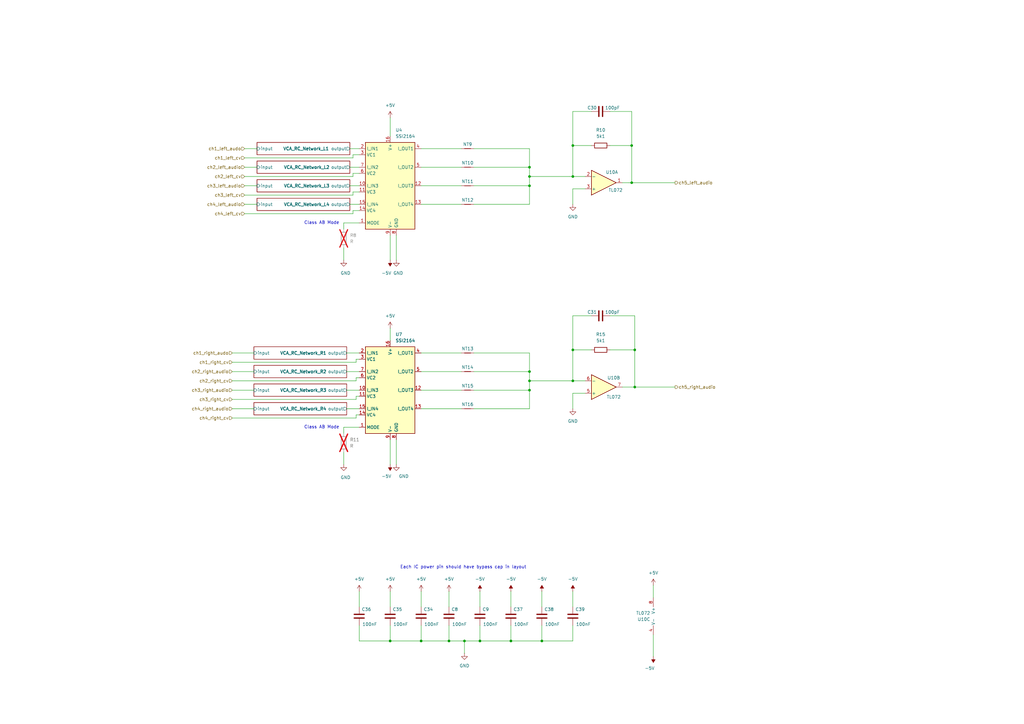
<source format=kicad_sch>
(kicad_sch
	(version 20231120)
	(generator "eeschema")
	(generator_version "8.0")
	(uuid "45a1a8d7-bcbf-4b00-a4d4-82ca37236261")
	(paper "A3")
	(title_block
		(title "${PROJECTNAME}")
		(date "2024-10-22")
		(rev "${REVISION}")
		(company "Created By: ${AUTHOR}")
	)
	(lib_symbols
		(symbol "Amplifier_Operational:TL072"
			(pin_names
				(offset 0.127)
			)
			(exclude_from_sim no)
			(in_bom yes)
			(on_board yes)
			(property "Reference" "U"
				(at 0 5.08 0)
				(effects
					(font
						(size 1.27 1.27)
					)
					(justify left)
				)
			)
			(property "Value" "TL072"
				(at 0 -5.08 0)
				(effects
					(font
						(size 1.27 1.27)
					)
					(justify left)
				)
			)
			(property "Footprint" ""
				(at 0 0 0)
				(effects
					(font
						(size 1.27 1.27)
					)
					(hide yes)
				)
			)
			(property "Datasheet" "http://www.ti.com/lit/ds/symlink/tl071.pdf"
				(at 0 0 0)
				(effects
					(font
						(size 1.27 1.27)
					)
					(hide yes)
				)
			)
			(property "Description" "Dual Low-Noise JFET-Input Operational Amplifiers, DIP-8/SOIC-8"
				(at 0 0 0)
				(effects
					(font
						(size 1.27 1.27)
					)
					(hide yes)
				)
			)
			(property "ki_locked" ""
				(at 0 0 0)
				(effects
					(font
						(size 1.27 1.27)
					)
				)
			)
			(property "ki_keywords" "dual opamp"
				(at 0 0 0)
				(effects
					(font
						(size 1.27 1.27)
					)
					(hide yes)
				)
			)
			(property "ki_fp_filters" "SOIC*3.9x4.9mm*P1.27mm* DIP*W7.62mm* TO*99* OnSemi*Micro8* TSSOP*3x3mm*P0.65mm* TSSOP*4.4x3mm*P0.65mm* MSOP*3x3mm*P0.65mm* SSOP*3.9x4.9mm*P0.635mm* LFCSP*2x2mm*P0.5mm* *SIP* SOIC*5.3x6.2mm*P1.27mm*"
				(at 0 0 0)
				(effects
					(font
						(size 1.27 1.27)
					)
					(hide yes)
				)
			)
			(symbol "TL072_1_1"
				(polyline
					(pts
						(xy -5.08 5.08) (xy 5.08 0) (xy -5.08 -5.08) (xy -5.08 5.08)
					)
					(stroke
						(width 0.254)
						(type default)
					)
					(fill
						(type background)
					)
				)
				(pin output line
					(at 7.62 0 180)
					(length 2.54)
					(name "~"
						(effects
							(font
								(size 1.27 1.27)
							)
						)
					)
					(number "1"
						(effects
							(font
								(size 1.27 1.27)
							)
						)
					)
				)
				(pin input line
					(at -7.62 -2.54 0)
					(length 2.54)
					(name "-"
						(effects
							(font
								(size 1.27 1.27)
							)
						)
					)
					(number "2"
						(effects
							(font
								(size 1.27 1.27)
							)
						)
					)
				)
				(pin input line
					(at -7.62 2.54 0)
					(length 2.54)
					(name "+"
						(effects
							(font
								(size 1.27 1.27)
							)
						)
					)
					(number "3"
						(effects
							(font
								(size 1.27 1.27)
							)
						)
					)
				)
			)
			(symbol "TL072_2_1"
				(polyline
					(pts
						(xy -5.08 5.08) (xy 5.08 0) (xy -5.08 -5.08) (xy -5.08 5.08)
					)
					(stroke
						(width 0.254)
						(type default)
					)
					(fill
						(type background)
					)
				)
				(pin input line
					(at -7.62 2.54 0)
					(length 2.54)
					(name "+"
						(effects
							(font
								(size 1.27 1.27)
							)
						)
					)
					(number "5"
						(effects
							(font
								(size 1.27 1.27)
							)
						)
					)
				)
				(pin input line
					(at -7.62 -2.54 0)
					(length 2.54)
					(name "-"
						(effects
							(font
								(size 1.27 1.27)
							)
						)
					)
					(number "6"
						(effects
							(font
								(size 1.27 1.27)
							)
						)
					)
				)
				(pin output line
					(at 7.62 0 180)
					(length 2.54)
					(name "~"
						(effects
							(font
								(size 1.27 1.27)
							)
						)
					)
					(number "7"
						(effects
							(font
								(size 1.27 1.27)
							)
						)
					)
				)
			)
			(symbol "TL072_3_1"
				(pin power_in line
					(at -2.54 -7.62 90)
					(length 3.81)
					(name "V-"
						(effects
							(font
								(size 1.27 1.27)
							)
						)
					)
					(number "4"
						(effects
							(font
								(size 1.27 1.27)
							)
						)
					)
				)
				(pin power_in line
					(at -2.54 7.62 270)
					(length 3.81)
					(name "V+"
						(effects
							(font
								(size 1.27 1.27)
							)
						)
					)
					(number "8"
						(effects
							(font
								(size 1.27 1.27)
							)
						)
					)
				)
			)
		)
		(symbol "Audio:SSI2164"
			(exclude_from_sim no)
			(in_bom yes)
			(on_board yes)
			(property "Reference" "U"
				(at -7.62 19.05 0)
				(effects
					(font
						(size 1.27 1.27)
					)
				)
			)
			(property "Value" "SSI2164"
				(at 5.08 19.05 0)
				(effects
					(font
						(size 1.27 1.27)
					)
				)
			)
			(property "Footprint" "Package_SO:SOIC-16_3.9x9.9mm_P1.27mm"
				(at 20.32 -2.54 0)
				(effects
					(font
						(size 1.27 1.27)
					)
					(hide yes)
				)
			)
			(property "Datasheet" "http://www.soundsemiconductor.com/downloads/ssi2164datasheet.pdf"
				(at 15.24 -11.43 0)
				(effects
					(font
						(size 1.27 1.27)
					)
					(hide yes)
				)
			)
			(property "Description" "Quad VCA, SOIC-16"
				(at 0 0 0)
				(effects
					(font
						(size 1.27 1.27)
					)
					(hide yes)
				)
			)
			(property "ki_keywords" "Sound Semiconductor VCA SSM2164"
				(at 0 0 0)
				(effects
					(font
						(size 1.27 1.27)
					)
					(hide yes)
				)
			)
			(property "ki_fp_filters" "SOIC*3.9x9.9mm*P1.27mm*"
				(at 0 0 0)
				(effects
					(font
						(size 1.27 1.27)
					)
					(hide yes)
				)
			)
			(symbol "SSI2164_0_1"
				(rectangle
					(start -10.16 17.78)
					(end 10.16 -17.78)
					(stroke
						(width 0.254)
						(type default)
					)
					(fill
						(type background)
					)
				)
			)
			(symbol "SSI2164_1_1"
				(pin passive line
					(at -12.7 -15.24 0)
					(length 2.54)
					(name "MODE"
						(effects
							(font
								(size 1.27 1.27)
							)
						)
					)
					(number "1"
						(effects
							(font
								(size 1.27 1.27)
							)
						)
					)
				)
				(pin input line
					(at -12.7 0 0)
					(length 2.54)
					(name "I_IN3"
						(effects
							(font
								(size 1.27 1.27)
							)
						)
					)
					(number "10"
						(effects
							(font
								(size 1.27 1.27)
							)
						)
					)
				)
				(pin passive line
					(at -12.7 -2.54 0)
					(length 2.54)
					(name "VC3"
						(effects
							(font
								(size 1.27 1.27)
							)
						)
					)
					(number "11"
						(effects
							(font
								(size 1.27 1.27)
							)
						)
					)
				)
				(pin output line
					(at 12.7 0 180)
					(length 2.54)
					(name "I_OUT3"
						(effects
							(font
								(size 1.27 1.27)
							)
						)
					)
					(number "12"
						(effects
							(font
								(size 1.27 1.27)
							)
						)
					)
				)
				(pin output line
					(at 12.7 -7.62 180)
					(length 2.54)
					(name "I_OUT4"
						(effects
							(font
								(size 1.27 1.27)
							)
						)
					)
					(number "13"
						(effects
							(font
								(size 1.27 1.27)
							)
						)
					)
				)
				(pin passive line
					(at -12.7 -10.16 0)
					(length 2.54)
					(name "VC4"
						(effects
							(font
								(size 1.27 1.27)
							)
						)
					)
					(number "14"
						(effects
							(font
								(size 1.27 1.27)
							)
						)
					)
				)
				(pin input line
					(at -12.7 -7.62 0)
					(length 2.54)
					(name "I_IN4"
						(effects
							(font
								(size 1.27 1.27)
							)
						)
					)
					(number "15"
						(effects
							(font
								(size 1.27 1.27)
							)
						)
					)
				)
				(pin power_in line
					(at 0 20.32 270)
					(length 2.54)
					(name "V+"
						(effects
							(font
								(size 1.27 1.27)
							)
						)
					)
					(number "16"
						(effects
							(font
								(size 1.27 1.27)
							)
						)
					)
				)
				(pin input line
					(at -12.7 15.24 0)
					(length 2.54)
					(name "I_IN1"
						(effects
							(font
								(size 1.27 1.27)
							)
						)
					)
					(number "2"
						(effects
							(font
								(size 1.27 1.27)
							)
						)
					)
				)
				(pin passive line
					(at -12.7 12.7 0)
					(length 2.54)
					(name "VC1"
						(effects
							(font
								(size 1.27 1.27)
							)
						)
					)
					(number "3"
						(effects
							(font
								(size 1.27 1.27)
							)
						)
					)
				)
				(pin output line
					(at 12.7 15.24 180)
					(length 2.54)
					(name "I_OUT1"
						(effects
							(font
								(size 1.27 1.27)
							)
						)
					)
					(number "4"
						(effects
							(font
								(size 1.27 1.27)
							)
						)
					)
				)
				(pin output line
					(at 12.7 7.62 180)
					(length 2.54)
					(name "I_OUT2"
						(effects
							(font
								(size 1.27 1.27)
							)
						)
					)
					(number "5"
						(effects
							(font
								(size 1.27 1.27)
							)
						)
					)
				)
				(pin passive line
					(at -12.7 5.08 0)
					(length 2.54)
					(name "VC2"
						(effects
							(font
								(size 1.27 1.27)
							)
						)
					)
					(number "6"
						(effects
							(font
								(size 1.27 1.27)
							)
						)
					)
				)
				(pin input line
					(at -12.7 7.62 0)
					(length 2.54)
					(name "I_IN2"
						(effects
							(font
								(size 1.27 1.27)
							)
						)
					)
					(number "7"
						(effects
							(font
								(size 1.27 1.27)
							)
						)
					)
				)
				(pin power_in line
					(at 2.54 -20.32 90)
					(length 2.54)
					(name "GND"
						(effects
							(font
								(size 1.27 1.27)
							)
						)
					)
					(number "8"
						(effects
							(font
								(size 1.27 1.27)
							)
						)
					)
				)
				(pin power_in line
					(at 0 -20.32 90)
					(length 2.54)
					(name "V-"
						(effects
							(font
								(size 1.27 1.27)
							)
						)
					)
					(number "9"
						(effects
							(font
								(size 1.27 1.27)
							)
						)
					)
				)
			)
		)
		(symbol "Device:C"
			(pin_numbers hide)
			(pin_names
				(offset 0.254)
			)
			(exclude_from_sim no)
			(in_bom yes)
			(on_board yes)
			(property "Reference" "C"
				(at 0.635 2.54 0)
				(effects
					(font
						(size 1.27 1.27)
					)
					(justify left)
				)
			)
			(property "Value" "C"
				(at 0.635 -2.54 0)
				(effects
					(font
						(size 1.27 1.27)
					)
					(justify left)
				)
			)
			(property "Footprint" ""
				(at 0.9652 -3.81 0)
				(effects
					(font
						(size 1.27 1.27)
					)
					(hide yes)
				)
			)
			(property "Datasheet" "~"
				(at 0 0 0)
				(effects
					(font
						(size 1.27 1.27)
					)
					(hide yes)
				)
			)
			(property "Description" "Unpolarized capacitor"
				(at 0 0 0)
				(effects
					(font
						(size 1.27 1.27)
					)
					(hide yes)
				)
			)
			(property "ki_keywords" "cap capacitor"
				(at 0 0 0)
				(effects
					(font
						(size 1.27 1.27)
					)
					(hide yes)
				)
			)
			(property "ki_fp_filters" "C_*"
				(at 0 0 0)
				(effects
					(font
						(size 1.27 1.27)
					)
					(hide yes)
				)
			)
			(symbol "C_0_1"
				(polyline
					(pts
						(xy -2.032 -0.762) (xy 2.032 -0.762)
					)
					(stroke
						(width 0.508)
						(type default)
					)
					(fill
						(type none)
					)
				)
				(polyline
					(pts
						(xy -2.032 0.762) (xy 2.032 0.762)
					)
					(stroke
						(width 0.508)
						(type default)
					)
					(fill
						(type none)
					)
				)
			)
			(symbol "C_1_1"
				(pin passive line
					(at 0 3.81 270)
					(length 2.794)
					(name "~"
						(effects
							(font
								(size 1.27 1.27)
							)
						)
					)
					(number "1"
						(effects
							(font
								(size 1.27 1.27)
							)
						)
					)
				)
				(pin passive line
					(at 0 -3.81 90)
					(length 2.794)
					(name "~"
						(effects
							(font
								(size 1.27 1.27)
							)
						)
					)
					(number "2"
						(effects
							(font
								(size 1.27 1.27)
							)
						)
					)
				)
			)
		)
		(symbol "Device:NetTie_2"
			(pin_numbers hide)
			(pin_names
				(offset 0) hide)
			(exclude_from_sim no)
			(in_bom no)
			(on_board yes)
			(property "Reference" "NT"
				(at 0 1.27 0)
				(effects
					(font
						(size 1.27 1.27)
					)
				)
			)
			(property "Value" "NetTie_2"
				(at 0 -1.27 0)
				(effects
					(font
						(size 1.27 1.27)
					)
				)
			)
			(property "Footprint" ""
				(at 0 0 0)
				(effects
					(font
						(size 1.27 1.27)
					)
					(hide yes)
				)
			)
			(property "Datasheet" "~"
				(at 0 0 0)
				(effects
					(font
						(size 1.27 1.27)
					)
					(hide yes)
				)
			)
			(property "Description" "Net tie, 2 pins"
				(at 0 0 0)
				(effects
					(font
						(size 1.27 1.27)
					)
					(hide yes)
				)
			)
			(property "ki_keywords" "net tie short"
				(at 0 0 0)
				(effects
					(font
						(size 1.27 1.27)
					)
					(hide yes)
				)
			)
			(property "ki_fp_filters" "Net*Tie*"
				(at 0 0 0)
				(effects
					(font
						(size 1.27 1.27)
					)
					(hide yes)
				)
			)
			(symbol "NetTie_2_0_1"
				(polyline
					(pts
						(xy -1.27 0) (xy 1.27 0)
					)
					(stroke
						(width 0.254)
						(type default)
					)
					(fill
						(type none)
					)
				)
			)
			(symbol "NetTie_2_1_1"
				(pin passive line
					(at -2.54 0 0)
					(length 2.54)
					(name "1"
						(effects
							(font
								(size 1.27 1.27)
							)
						)
					)
					(number "1"
						(effects
							(font
								(size 1.27 1.27)
							)
						)
					)
				)
				(pin passive line
					(at 2.54 0 180)
					(length 2.54)
					(name "2"
						(effects
							(font
								(size 1.27 1.27)
							)
						)
					)
					(number "2"
						(effects
							(font
								(size 1.27 1.27)
							)
						)
					)
				)
			)
		)
		(symbol "Device:R"
			(pin_numbers hide)
			(pin_names
				(offset 0)
			)
			(exclude_from_sim no)
			(in_bom yes)
			(on_board yes)
			(property "Reference" "R"
				(at 2.032 0 90)
				(effects
					(font
						(size 1.27 1.27)
					)
				)
			)
			(property "Value" "R"
				(at 0 0 90)
				(effects
					(font
						(size 1.27 1.27)
					)
				)
			)
			(property "Footprint" ""
				(at -1.778 0 90)
				(effects
					(font
						(size 1.27 1.27)
					)
					(hide yes)
				)
			)
			(property "Datasheet" "~"
				(at 0 0 0)
				(effects
					(font
						(size 1.27 1.27)
					)
					(hide yes)
				)
			)
			(property "Description" "Resistor"
				(at 0 0 0)
				(effects
					(font
						(size 1.27 1.27)
					)
					(hide yes)
				)
			)
			(property "ki_keywords" "R res resistor"
				(at 0 0 0)
				(effects
					(font
						(size 1.27 1.27)
					)
					(hide yes)
				)
			)
			(property "ki_fp_filters" "R_*"
				(at 0 0 0)
				(effects
					(font
						(size 1.27 1.27)
					)
					(hide yes)
				)
			)
			(symbol "R_0_1"
				(rectangle
					(start -1.016 -2.54)
					(end 1.016 2.54)
					(stroke
						(width 0.254)
						(type default)
					)
					(fill
						(type none)
					)
				)
			)
			(symbol "R_1_1"
				(pin passive line
					(at 0 3.81 270)
					(length 1.27)
					(name "~"
						(effects
							(font
								(size 1.27 1.27)
							)
						)
					)
					(number "1"
						(effects
							(font
								(size 1.27 1.27)
							)
						)
					)
				)
				(pin passive line
					(at 0 -3.81 90)
					(length 1.27)
					(name "~"
						(effects
							(font
								(size 1.27 1.27)
							)
						)
					)
					(number "2"
						(effects
							(font
								(size 1.27 1.27)
							)
						)
					)
				)
			)
		)
		(symbol "power:+5V"
			(power)
			(pin_numbers hide)
			(pin_names
				(offset 0) hide)
			(exclude_from_sim no)
			(in_bom yes)
			(on_board yes)
			(property "Reference" "#PWR"
				(at 0 -3.81 0)
				(effects
					(font
						(size 1.27 1.27)
					)
					(hide yes)
				)
			)
			(property "Value" "+5V"
				(at 0 3.556 0)
				(effects
					(font
						(size 1.27 1.27)
					)
				)
			)
			(property "Footprint" ""
				(at 0 0 0)
				(effects
					(font
						(size 1.27 1.27)
					)
					(hide yes)
				)
			)
			(property "Datasheet" ""
				(at 0 0 0)
				(effects
					(font
						(size 1.27 1.27)
					)
					(hide yes)
				)
			)
			(property "Description" "Power symbol creates a global label with name \"+5V\""
				(at 0 0 0)
				(effects
					(font
						(size 1.27 1.27)
					)
					(hide yes)
				)
			)
			(property "ki_keywords" "global power"
				(at 0 0 0)
				(effects
					(font
						(size 1.27 1.27)
					)
					(hide yes)
				)
			)
			(symbol "+5V_0_1"
				(polyline
					(pts
						(xy -0.762 1.27) (xy 0 2.54)
					)
					(stroke
						(width 0)
						(type default)
					)
					(fill
						(type none)
					)
				)
				(polyline
					(pts
						(xy 0 0) (xy 0 2.54)
					)
					(stroke
						(width 0)
						(type default)
					)
					(fill
						(type none)
					)
				)
				(polyline
					(pts
						(xy 0 2.54) (xy 0.762 1.27)
					)
					(stroke
						(width 0)
						(type default)
					)
					(fill
						(type none)
					)
				)
			)
			(symbol "+5V_1_1"
				(pin power_in line
					(at 0 0 90)
					(length 0)
					(name "~"
						(effects
							(font
								(size 1.27 1.27)
							)
						)
					)
					(number "1"
						(effects
							(font
								(size 1.27 1.27)
							)
						)
					)
				)
			)
		)
		(symbol "power:-5V"
			(power)
			(pin_numbers hide)
			(pin_names
				(offset 0) hide)
			(exclude_from_sim no)
			(in_bom yes)
			(on_board yes)
			(property "Reference" "#PWR"
				(at 0 -3.81 0)
				(effects
					(font
						(size 1.27 1.27)
					)
					(hide yes)
				)
			)
			(property "Value" "-5V"
				(at 0 3.556 0)
				(effects
					(font
						(size 1.27 1.27)
					)
				)
			)
			(property "Footprint" ""
				(at 0 0 0)
				(effects
					(font
						(size 1.27 1.27)
					)
					(hide yes)
				)
			)
			(property "Datasheet" ""
				(at 0 0 0)
				(effects
					(font
						(size 1.27 1.27)
					)
					(hide yes)
				)
			)
			(property "Description" "Power symbol creates a global label with name \"-5V\""
				(at 0 0 0)
				(effects
					(font
						(size 1.27 1.27)
					)
					(hide yes)
				)
			)
			(property "ki_keywords" "global power"
				(at 0 0 0)
				(effects
					(font
						(size 1.27 1.27)
					)
					(hide yes)
				)
			)
			(symbol "-5V_0_0"
				(pin power_in line
					(at 0 0 90)
					(length 0)
					(name "~"
						(effects
							(font
								(size 1.27 1.27)
							)
						)
					)
					(number "1"
						(effects
							(font
								(size 1.27 1.27)
							)
						)
					)
				)
			)
			(symbol "-5V_0_1"
				(polyline
					(pts
						(xy 0 0) (xy 0 1.27) (xy 0.762 1.27) (xy 0 2.54) (xy -0.762 1.27) (xy 0 1.27)
					)
					(stroke
						(width 0)
						(type default)
					)
					(fill
						(type outline)
					)
				)
			)
		)
		(symbol "power:GND"
			(power)
			(pin_numbers hide)
			(pin_names
				(offset 0) hide)
			(exclude_from_sim no)
			(in_bom yes)
			(on_board yes)
			(property "Reference" "#PWR"
				(at 0 -6.35 0)
				(effects
					(font
						(size 1.27 1.27)
					)
					(hide yes)
				)
			)
			(property "Value" "GND"
				(at 0 -3.81 0)
				(effects
					(font
						(size 1.27 1.27)
					)
				)
			)
			(property "Footprint" ""
				(at 0 0 0)
				(effects
					(font
						(size 1.27 1.27)
					)
					(hide yes)
				)
			)
			(property "Datasheet" ""
				(at 0 0 0)
				(effects
					(font
						(size 1.27 1.27)
					)
					(hide yes)
				)
			)
			(property "Description" "Power symbol creates a global label with name \"GND\" , ground"
				(at 0 0 0)
				(effects
					(font
						(size 1.27 1.27)
					)
					(hide yes)
				)
			)
			(property "ki_keywords" "global power"
				(at 0 0 0)
				(effects
					(font
						(size 1.27 1.27)
					)
					(hide yes)
				)
			)
			(symbol "GND_0_1"
				(polyline
					(pts
						(xy 0 0) (xy 0 -1.27) (xy 1.27 -1.27) (xy 0 -2.54) (xy -1.27 -1.27) (xy 0 -1.27)
					)
					(stroke
						(width 0)
						(type default)
					)
					(fill
						(type none)
					)
				)
			)
			(symbol "GND_1_1"
				(pin power_in line
					(at 0 0 270)
					(length 0)
					(name "~"
						(effects
							(font
								(size 1.27 1.27)
							)
						)
					)
					(number "1"
						(effects
							(font
								(size 1.27 1.27)
							)
						)
					)
				)
			)
		)
	)
	(junction
		(at 217.17 76.2)
		(diameter 0)
		(color 0 0 0 0)
		(uuid "0e7e0e6f-b346-45a2-a7e2-f72207ddc3e9")
	)
	(junction
		(at 259.08 74.93)
		(diameter 0)
		(color 0 0 0 0)
		(uuid "221efe71-1580-4001-b9ec-bbd6c94dc32d")
	)
	(junction
		(at 259.08 59.69)
		(diameter 0)
		(color 0 0 0 0)
		(uuid "22fb1113-a145-437a-9375-30cfe1830083")
	)
	(junction
		(at 260.35 143.51)
		(diameter 0)
		(color 0 0 0 0)
		(uuid "34f6bfe2-85b6-40d9-8d7e-5d8ec7afc8e5")
	)
	(junction
		(at 234.95 143.51)
		(diameter 0)
		(color 0 0 0 0)
		(uuid "3a812777-e9e5-4d54-b609-762b55f7e977")
	)
	(junction
		(at 184.15 262.89)
		(diameter 0)
		(color 0 0 0 0)
		(uuid "5e7bd811-971f-4b48-b36d-738556899b9e")
	)
	(junction
		(at 160.02 262.89)
		(diameter 0)
		(color 0 0 0 0)
		(uuid "6886584e-e9c7-4aa5-a024-52257439ee06")
	)
	(junction
		(at 260.35 158.75)
		(diameter 0)
		(color 0 0 0 0)
		(uuid "78b8bd41-8aff-4496-b0e6-cbf2e9602388")
	)
	(junction
		(at 234.95 156.21)
		(diameter 0)
		(color 0 0 0 0)
		(uuid "7d3b537e-a3be-487f-b23c-12a47bd18540")
	)
	(junction
		(at 217.17 160.02)
		(diameter 0)
		(color 0 0 0 0)
		(uuid "84a23477-f595-4d2c-94df-866364922e76")
	)
	(junction
		(at 234.95 72.39)
		(diameter 0)
		(color 0 0 0 0)
		(uuid "866f4683-94d4-441b-ab67-f80a87f5203c")
	)
	(junction
		(at 234.95 59.69)
		(diameter 0)
		(color 0 0 0 0)
		(uuid "8f97bcdd-d144-4987-84f9-84d10c6654f8")
	)
	(junction
		(at 222.25 262.89)
		(diameter 0)
		(color 0 0 0 0)
		(uuid "9880fbda-9656-4ecb-ba6f-bb0c2119e973")
	)
	(junction
		(at 190.5 262.89)
		(diameter 0)
		(color 0 0 0 0)
		(uuid "9d4fb822-e9d1-4932-ab9a-e805d0b91e36")
	)
	(junction
		(at 172.72 262.89)
		(diameter 0)
		(color 0 0 0 0)
		(uuid "9fcef1d2-e50d-4cc4-b438-4f35f7fc47e0")
	)
	(junction
		(at 196.85 262.89)
		(diameter 0)
		(color 0 0 0 0)
		(uuid "a0cd9ab2-f104-4c3b-bf81-dbef7ac43dba")
	)
	(junction
		(at 209.55 262.89)
		(diameter 0)
		(color 0 0 0 0)
		(uuid "be4c3e05-fe21-43a2-8cf4-61063603a11f")
	)
	(junction
		(at 217.17 156.21)
		(diameter 0)
		(color 0 0 0 0)
		(uuid "ce388560-c822-4d03-9f4f-92b6083fa7b6")
	)
	(junction
		(at 217.17 68.58)
		(diameter 0)
		(color 0 0 0 0)
		(uuid "f3945c7d-9cb1-4bb3-a37e-b71577783967")
	)
	(junction
		(at 217.17 72.39)
		(diameter 0)
		(color 0 0 0 0)
		(uuid "fadd48c9-61cd-45df-bc1a-72bae0493782")
	)
	(junction
		(at 217.17 152.4)
		(diameter 0)
		(color 0 0 0 0)
		(uuid "ff4e1dec-6df9-4c68-b4c4-556673be04ec")
	)
	(wire
		(pts
			(xy 250.19 59.69) (xy 259.08 59.69)
		)
		(stroke
			(width 0)
			(type default)
		)
		(uuid "04a87bcc-55cd-4d14-9f82-4c3087f550cb")
	)
	(wire
		(pts
			(xy 147.32 256.54) (xy 147.32 262.89)
		)
		(stroke
			(width 0)
			(type default)
		)
		(uuid "09ef5e81-ecfb-4703-8a09-b9c7101d7822")
	)
	(wire
		(pts
			(xy 260.35 143.51) (xy 260.35 158.75)
		)
		(stroke
			(width 0)
			(type default)
		)
		(uuid "0b3d6004-0551-4d29-9c0b-4d3714fc7a74")
	)
	(wire
		(pts
			(xy 143.51 68.58) (xy 147.32 68.58)
		)
		(stroke
			(width 0)
			(type default)
		)
		(uuid "0ba2c8ed-40ce-4198-b7f8-17f93cacbea7")
	)
	(wire
		(pts
			(xy 172.72 60.96) (xy 189.23 60.96)
		)
		(stroke
			(width 0)
			(type default)
		)
		(uuid "0d2ab934-ee43-4af1-883a-666423562828")
	)
	(wire
		(pts
			(xy 217.17 156.21) (xy 217.17 152.4)
		)
		(stroke
			(width 0)
			(type default)
		)
		(uuid "105e155e-9d12-43b9-9ace-09af552291aa")
	)
	(wire
		(pts
			(xy 144.78 80.01) (xy 144.78 78.74)
		)
		(stroke
			(width 0)
			(type default)
		)
		(uuid "1146f23d-b97d-4d19-9861-a148966cde7d")
	)
	(wire
		(pts
			(xy 172.72 242.57) (xy 172.72 248.92)
		)
		(stroke
			(width 0)
			(type default)
		)
		(uuid "133c548e-b7fa-4309-a4e5-fe9fbb870676")
	)
	(wire
		(pts
			(xy 234.95 161.29) (xy 234.95 167.64)
		)
		(stroke
			(width 0)
			(type default)
		)
		(uuid "1472a699-b639-421c-9df9-52b75b9257b5")
	)
	(wire
		(pts
			(xy 140.97 175.26) (xy 147.32 175.26)
		)
		(stroke
			(width 0)
			(type default)
		)
		(uuid "149bfec9-8d99-4639-801d-772180ec4214")
	)
	(wire
		(pts
			(xy 209.55 262.89) (xy 222.25 262.89)
		)
		(stroke
			(width 0)
			(type default)
		)
		(uuid "164f154c-0626-46dc-a0f0-3a26b9e9aff3")
	)
	(wire
		(pts
			(xy 234.95 59.69) (xy 242.57 59.69)
		)
		(stroke
			(width 0)
			(type default)
		)
		(uuid "1d744e0f-e74b-41e1-b7b3-07dc7c384c8c")
	)
	(wire
		(pts
			(xy 147.32 152.4) (xy 142.24 152.4)
		)
		(stroke
			(width 0)
			(type default)
		)
		(uuid "1f5deaab-2fbc-4844-a971-53f907b3c44a")
	)
	(wire
		(pts
			(xy 147.32 76.2) (xy 143.51 76.2)
		)
		(stroke
			(width 0)
			(type default)
		)
		(uuid "21702dbd-5370-43a4-93ee-085c7e24815e")
	)
	(wire
		(pts
			(xy 104.14 160.02) (xy 95.25 160.02)
		)
		(stroke
			(width 0)
			(type default)
		)
		(uuid "23ad4128-1948-4af3-9b52-391a7b2764a8")
	)
	(wire
		(pts
			(xy 260.35 129.54) (xy 260.35 143.51)
		)
		(stroke
			(width 0)
			(type default)
		)
		(uuid "2484c3d9-9d66-4c00-b604-3e22d5d8452d")
	)
	(wire
		(pts
			(xy 194.31 160.02) (xy 217.17 160.02)
		)
		(stroke
			(width 0)
			(type default)
		)
		(uuid "2916a082-5f60-4471-8c79-70829fab449b")
	)
	(wire
		(pts
			(xy 267.97 240.03) (xy 267.97 245.11)
		)
		(stroke
			(width 0)
			(type default)
		)
		(uuid "2a5f02e8-aa13-4c25-938a-01286eed37ed")
	)
	(wire
		(pts
			(xy 162.56 96.52) (xy 162.56 106.68)
		)
		(stroke
			(width 0)
			(type default)
		)
		(uuid "2ca84406-ebb0-4a17-947d-6485308c5585")
	)
	(wire
		(pts
			(xy 184.15 242.57) (xy 184.15 248.92)
		)
		(stroke
			(width 0)
			(type default)
		)
		(uuid "2e0dd552-daa8-4497-af16-6b113104e8c5")
	)
	(wire
		(pts
			(xy 194.31 83.82) (xy 217.17 83.82)
		)
		(stroke
			(width 0)
			(type default)
		)
		(uuid "346ad9ef-cd7a-4d42-a122-acf3d6ce1133")
	)
	(wire
		(pts
			(xy 146.05 156.21) (xy 146.05 154.94)
		)
		(stroke
			(width 0)
			(type default)
		)
		(uuid "34ef4197-5290-486b-a1a9-1b05296adc20")
	)
	(wire
		(pts
			(xy 160.02 134.62) (xy 160.02 139.7)
		)
		(stroke
			(width 0)
			(type default)
		)
		(uuid "38deb327-e0fb-4b40-be4b-dd2dd2f5f90d")
	)
	(wire
		(pts
			(xy 194.31 144.78) (xy 217.17 144.78)
		)
		(stroke
			(width 0)
			(type default)
		)
		(uuid "3a376bdc-7a1a-4d05-97d8-2b59ed6228c9")
	)
	(wire
		(pts
			(xy 105.41 83.82) (xy 100.33 83.82)
		)
		(stroke
			(width 0)
			(type default)
		)
		(uuid "3e342461-28da-4ee8-b339-d2868f2bcadc")
	)
	(wire
		(pts
			(xy 95.25 163.83) (xy 146.05 163.83)
		)
		(stroke
			(width 0)
			(type default)
		)
		(uuid "4373fe35-2b8e-406d-8310-99aba55a03bc")
	)
	(wire
		(pts
			(xy 234.95 129.54) (xy 234.95 143.51)
		)
		(stroke
			(width 0)
			(type default)
		)
		(uuid "47381ddb-9056-4a01-b059-b2be2836157d")
	)
	(wire
		(pts
			(xy 172.72 152.4) (xy 189.23 152.4)
		)
		(stroke
			(width 0)
			(type default)
		)
		(uuid "4e343805-f4f7-488c-bfc2-29bdecbff81b")
	)
	(wire
		(pts
			(xy 217.17 156.21) (xy 234.95 156.21)
		)
		(stroke
			(width 0)
			(type default)
		)
		(uuid "4ea89012-4bea-4100-ab55-cd95b497cd2d")
	)
	(wire
		(pts
			(xy 172.72 262.89) (xy 184.15 262.89)
		)
		(stroke
			(width 0)
			(type default)
		)
		(uuid "4eb6838f-b106-47b0-9412-394ad927103d")
	)
	(wire
		(pts
			(xy 234.95 72.39) (xy 240.03 72.39)
		)
		(stroke
			(width 0)
			(type default)
		)
		(uuid "506a5cde-8d20-444e-8b7b-025ab1e625c0")
	)
	(wire
		(pts
			(xy 184.15 256.54) (xy 184.15 262.89)
		)
		(stroke
			(width 0)
			(type default)
		)
		(uuid "5086dcc9-9248-4250-80b0-e06407a3bcc5")
	)
	(wire
		(pts
			(xy 196.85 256.54) (xy 196.85 262.89)
		)
		(stroke
			(width 0)
			(type default)
		)
		(uuid "5097e0f1-be90-47fe-8a65-23654ec067b3")
	)
	(wire
		(pts
			(xy 196.85 262.89) (xy 209.55 262.89)
		)
		(stroke
			(width 0)
			(type default)
		)
		(uuid "51d8d3df-9e29-4882-8998-e83cff99ca93")
	)
	(wire
		(pts
			(xy 234.95 77.47) (xy 240.03 77.47)
		)
		(stroke
			(width 0)
			(type default)
		)
		(uuid "522b49b2-d268-4da9-9477-7291198c9f6f")
	)
	(wire
		(pts
			(xy 172.72 256.54) (xy 172.72 262.89)
		)
		(stroke
			(width 0)
			(type default)
		)
		(uuid "54a30236-9eb7-449e-9b36-746623351a3b")
	)
	(wire
		(pts
			(xy 255.27 74.93) (xy 259.08 74.93)
		)
		(stroke
			(width 0)
			(type default)
		)
		(uuid "54bd7994-ac3b-42a7-8393-cff9504e056d")
	)
	(wire
		(pts
			(xy 250.19 129.54) (xy 260.35 129.54)
		)
		(stroke
			(width 0)
			(type default)
		)
		(uuid "563a7b32-36a9-4fbb-9c6d-e02d1a66621b")
	)
	(wire
		(pts
			(xy 147.32 83.82) (xy 143.51 83.82)
		)
		(stroke
			(width 0)
			(type default)
		)
		(uuid "58477438-00dd-4531-83d4-b45409a931bf")
	)
	(wire
		(pts
			(xy 100.33 64.77) (xy 144.78 64.77)
		)
		(stroke
			(width 0)
			(type default)
		)
		(uuid "5b3a9328-d828-4d01-9542-5a89ea5f4519")
	)
	(wire
		(pts
			(xy 190.5 262.89) (xy 196.85 262.89)
		)
		(stroke
			(width 0)
			(type default)
		)
		(uuid "5b4ab4e5-178e-4ddd-bdb3-851c589df42a")
	)
	(wire
		(pts
			(xy 140.97 91.44) (xy 147.32 91.44)
		)
		(stroke
			(width 0)
			(type default)
		)
		(uuid "5fc89cfe-d88e-4870-9f68-553b6b358e6a")
	)
	(wire
		(pts
			(xy 147.32 160.02) (xy 142.24 160.02)
		)
		(stroke
			(width 0)
			(type default)
		)
		(uuid "60952283-7de3-4213-aebb-cd2be76b5110")
	)
	(wire
		(pts
			(xy 222.25 248.92) (xy 222.25 242.57)
		)
		(stroke
			(width 0)
			(type default)
		)
		(uuid "66e0501c-d264-4d06-b537-865698ce9698")
	)
	(wire
		(pts
			(xy 100.33 60.96) (xy 105.41 60.96)
		)
		(stroke
			(width 0)
			(type default)
		)
		(uuid "67c63707-3570-42a5-92b4-d5ea57c6f8dd")
	)
	(wire
		(pts
			(xy 95.25 171.45) (xy 146.05 171.45)
		)
		(stroke
			(width 0)
			(type default)
		)
		(uuid "6c5a9ae4-51e1-40f1-95f1-d6406defe124")
	)
	(wire
		(pts
			(xy 172.72 76.2) (xy 189.23 76.2)
		)
		(stroke
			(width 0)
			(type default)
		)
		(uuid "6e53658d-a0f6-4c6c-8950-118ae17ab2cc")
	)
	(wire
		(pts
			(xy 144.78 71.12) (xy 147.32 71.12)
		)
		(stroke
			(width 0)
			(type default)
		)
		(uuid "6e647f43-060b-4940-9821-a49ff447ed4e")
	)
	(wire
		(pts
			(xy 234.95 248.92) (xy 234.95 242.57)
		)
		(stroke
			(width 0)
			(type default)
		)
		(uuid "7106db70-1478-4885-b946-81fdccd83a4d")
	)
	(wire
		(pts
			(xy 104.14 167.64) (xy 95.25 167.64)
		)
		(stroke
			(width 0)
			(type default)
		)
		(uuid "71adbdc7-c90b-40f7-bff0-667522dc78ff")
	)
	(wire
		(pts
			(xy 217.17 152.4) (xy 217.17 144.78)
		)
		(stroke
			(width 0)
			(type default)
		)
		(uuid "72b75a52-601a-4209-9f4a-2cdc57a2a6ef")
	)
	(wire
		(pts
			(xy 146.05 171.45) (xy 146.05 170.18)
		)
		(stroke
			(width 0)
			(type default)
		)
		(uuid "74caa6e8-5de4-4007-a3ed-9a698de8e85b")
	)
	(wire
		(pts
			(xy 144.78 72.39) (xy 144.78 71.12)
		)
		(stroke
			(width 0)
			(type default)
		)
		(uuid "769274fd-2fcc-467e-a6e6-bb181978056e")
	)
	(wire
		(pts
			(xy 194.31 60.96) (xy 217.17 60.96)
		)
		(stroke
			(width 0)
			(type default)
		)
		(uuid "76d92f15-8441-4926-8d9c-2dd5c6616989")
	)
	(wire
		(pts
			(xy 222.25 256.54) (xy 222.25 262.89)
		)
		(stroke
			(width 0)
			(type default)
		)
		(uuid "7cae81bf-8f26-47b1-bae8-3dca10e2d4df")
	)
	(wire
		(pts
			(xy 172.72 167.64) (xy 189.23 167.64)
		)
		(stroke
			(width 0)
			(type default)
		)
		(uuid "7ee80e5e-8c71-4206-a96e-c2a928d4896b")
	)
	(wire
		(pts
			(xy 234.95 156.21) (xy 240.03 156.21)
		)
		(stroke
			(width 0)
			(type default)
		)
		(uuid "7f1b522a-d9ad-4e8f-935a-9fd38a03892a")
	)
	(wire
		(pts
			(xy 144.78 86.36) (xy 147.32 86.36)
		)
		(stroke
			(width 0)
			(type default)
		)
		(uuid "8223ebf7-e2cf-4d71-9cdb-e60e973f6a71")
	)
	(wire
		(pts
			(xy 146.05 162.56) (xy 147.32 162.56)
		)
		(stroke
			(width 0)
			(type default)
		)
		(uuid "85b9867d-9a9b-4d37-ad3b-4241e7ce6bde")
	)
	(wire
		(pts
			(xy 146.05 170.18) (xy 147.32 170.18)
		)
		(stroke
			(width 0)
			(type default)
		)
		(uuid "85cc574e-f6b2-4274-ba5e-f19b0fbd7b7c")
	)
	(wire
		(pts
			(xy 105.41 76.2) (xy 100.33 76.2)
		)
		(stroke
			(width 0)
			(type default)
		)
		(uuid "866c7167-bff6-43ed-a093-8d82ffbd031e")
	)
	(wire
		(pts
			(xy 147.32 144.78) (xy 142.24 144.78)
		)
		(stroke
			(width 0)
			(type default)
		)
		(uuid "88587f95-c015-4cf3-902d-eb7ec93f755c")
	)
	(wire
		(pts
			(xy 172.72 83.82) (xy 189.23 83.82)
		)
		(stroke
			(width 0)
			(type default)
		)
		(uuid "89a899ac-1ffb-4481-8349-bd6169e63a8a")
	)
	(wire
		(pts
			(xy 234.95 77.47) (xy 234.95 83.82)
		)
		(stroke
			(width 0)
			(type default)
		)
		(uuid "89ffef53-b650-4339-8ce2-2f1c3ce3bb75")
	)
	(wire
		(pts
			(xy 104.14 144.78) (xy 95.25 144.78)
		)
		(stroke
			(width 0)
			(type default)
		)
		(uuid "8a2987b1-75e0-4769-a581-131df8d95227")
	)
	(wire
		(pts
			(xy 234.95 143.51) (xy 234.95 156.21)
		)
		(stroke
			(width 0)
			(type default)
		)
		(uuid "8f8107e7-e4d9-45f2-9224-b2bb33440888")
	)
	(wire
		(pts
			(xy 146.05 147.32) (xy 147.32 147.32)
		)
		(stroke
			(width 0)
			(type default)
		)
		(uuid "91cc365b-88a6-45ff-8eda-7e2c16e690f3")
	)
	(wire
		(pts
			(xy 104.14 152.4) (xy 95.25 152.4)
		)
		(stroke
			(width 0)
			(type default)
		)
		(uuid "941e02d6-484c-4c99-a632-7ad2713ad48e")
	)
	(wire
		(pts
			(xy 100.33 80.01) (xy 144.78 80.01)
		)
		(stroke
			(width 0)
			(type default)
		)
		(uuid "991af825-117b-47ac-9168-22efc62d05c7")
	)
	(wire
		(pts
			(xy 267.97 260.35) (xy 267.97 269.24)
		)
		(stroke
			(width 0)
			(type default)
		)
		(uuid "993749c0-c263-45a5-a523-23a43f9acd35")
	)
	(wire
		(pts
			(xy 160.02 256.54) (xy 160.02 262.89)
		)
		(stroke
			(width 0)
			(type default)
		)
		(uuid "9a5941fe-245a-4cc9-8638-39bc1d716efa")
	)
	(wire
		(pts
			(xy 140.97 101.6) (xy 140.97 106.68)
		)
		(stroke
			(width 0)
			(type default)
		)
		(uuid "9af0fe12-aef4-490a-a041-6a68b5ccd606")
	)
	(wire
		(pts
			(xy 146.05 154.94) (xy 147.32 154.94)
		)
		(stroke
			(width 0)
			(type default)
		)
		(uuid "9c9eb7eb-fd84-425c-8df2-a01c4d795849")
	)
	(wire
		(pts
			(xy 250.19 143.51) (xy 260.35 143.51)
		)
		(stroke
			(width 0)
			(type default)
		)
		(uuid "9fac2066-b0a4-4d3c-9764-f221f4503cb0")
	)
	(wire
		(pts
			(xy 95.25 156.21) (xy 146.05 156.21)
		)
		(stroke
			(width 0)
			(type default)
		)
		(uuid "9ff808a2-e594-4bb9-bbdb-ae21c7d00ea4")
	)
	(wire
		(pts
			(xy 194.31 167.64) (xy 217.17 167.64)
		)
		(stroke
			(width 0)
			(type default)
		)
		(uuid "a2254668-7718-4023-b31a-7a839dde9ec0")
	)
	(wire
		(pts
			(xy 222.25 262.89) (xy 234.95 262.89)
		)
		(stroke
			(width 0)
			(type default)
		)
		(uuid "a33acb3c-cf27-4f90-beb9-86398e8142c7")
	)
	(wire
		(pts
			(xy 196.85 248.92) (xy 196.85 242.57)
		)
		(stroke
			(width 0)
			(type default)
		)
		(uuid "a4e9e00b-a658-4a6b-8f8a-323c817426eb")
	)
	(wire
		(pts
			(xy 234.95 143.51) (xy 242.57 143.51)
		)
		(stroke
			(width 0)
			(type default)
		)
		(uuid "a531c103-56c5-4fc0-b2d7-f0b1f270e6e8")
	)
	(wire
		(pts
			(xy 217.17 72.39) (xy 234.95 72.39)
		)
		(stroke
			(width 0)
			(type default)
		)
		(uuid "a750aaaf-3421-42fa-8d37-a4aca047e95e")
	)
	(wire
		(pts
			(xy 234.95 161.29) (xy 240.03 161.29)
		)
		(stroke
			(width 0)
			(type default)
		)
		(uuid "ad3e6822-c486-48bb-a7f9-e4fc18f15a96")
	)
	(wire
		(pts
			(xy 234.95 59.69) (xy 234.95 72.39)
		)
		(stroke
			(width 0)
			(type default)
		)
		(uuid "ada33258-8f6d-43ac-a032-1bea4d4fe12c")
	)
	(wire
		(pts
			(xy 143.51 60.96) (xy 147.32 60.96)
		)
		(stroke
			(width 0)
			(type default)
		)
		(uuid "b04e6870-b723-4583-ad4e-39639f6a4ae5")
	)
	(wire
		(pts
			(xy 160.02 262.89) (xy 172.72 262.89)
		)
		(stroke
			(width 0)
			(type default)
		)
		(uuid "b15b2db8-00b4-4a44-8f2d-166fd09147fc")
	)
	(wire
		(pts
			(xy 144.78 78.74) (xy 147.32 78.74)
		)
		(stroke
			(width 0)
			(type default)
		)
		(uuid "b434f8b9-5728-498f-84a2-dbd6f1a9afaa")
	)
	(wire
		(pts
			(xy 217.17 167.64) (xy 217.17 160.02)
		)
		(stroke
			(width 0)
			(type default)
		)
		(uuid "baad13fd-c01a-4356-9dc6-f7b1a56485ec")
	)
	(wire
		(pts
			(xy 250.19 45.72) (xy 259.08 45.72)
		)
		(stroke
			(width 0)
			(type default)
		)
		(uuid "bd031f7c-0d96-47ec-89b9-feaf4c6789f4")
	)
	(wire
		(pts
			(xy 242.57 45.72) (xy 234.95 45.72)
		)
		(stroke
			(width 0)
			(type default)
		)
		(uuid "be4df2e6-c8ca-42ef-9788-465a0befe167")
	)
	(wire
		(pts
			(xy 172.72 68.58) (xy 189.23 68.58)
		)
		(stroke
			(width 0)
			(type default)
		)
		(uuid "c0237539-cff5-4afa-a462-82d3311510ca")
	)
	(wire
		(pts
			(xy 140.97 177.8) (xy 140.97 175.26)
		)
		(stroke
			(width 0)
			(type default)
		)
		(uuid "c108d15f-2d1e-4476-8b94-a5129eb89171")
	)
	(wire
		(pts
			(xy 162.56 180.34) (xy 162.56 190.5)
		)
		(stroke
			(width 0)
			(type default)
		)
		(uuid "c294f8aa-2cd0-49d6-951b-2057dd778628")
	)
	(wire
		(pts
			(xy 172.72 160.02) (xy 189.23 160.02)
		)
		(stroke
			(width 0)
			(type default)
		)
		(uuid "c2e2af7f-50aa-47af-b5e4-e055005668cb")
	)
	(wire
		(pts
			(xy 172.72 144.78) (xy 189.23 144.78)
		)
		(stroke
			(width 0)
			(type default)
		)
		(uuid "c552a4d6-0509-4e64-9b61-369c6ae66a2e")
	)
	(wire
		(pts
			(xy 217.17 68.58) (xy 217.17 72.39)
		)
		(stroke
			(width 0)
			(type default)
		)
		(uuid "c6f7ec63-ee6a-4f6d-ae0c-3972bb86f28c")
	)
	(wire
		(pts
			(xy 190.5 262.89) (xy 190.5 267.97)
		)
		(stroke
			(width 0)
			(type default)
		)
		(uuid "ca31b43f-415c-444d-aa94-d5ded1176c90")
	)
	(wire
		(pts
			(xy 147.32 242.57) (xy 147.32 248.92)
		)
		(stroke
			(width 0)
			(type default)
		)
		(uuid "ca3d3673-142a-40fc-8fa5-ad767ce97f59")
	)
	(wire
		(pts
			(xy 146.05 163.83) (xy 146.05 162.56)
		)
		(stroke
			(width 0)
			(type default)
		)
		(uuid "ca4ca72c-52dc-4ec5-b0fd-faf0be8514c0")
	)
	(wire
		(pts
			(xy 160.02 48.26) (xy 160.02 55.88)
		)
		(stroke
			(width 0)
			(type default)
		)
		(uuid "ccfa0dd9-53aa-4d57-b23d-aa4235a234e7")
	)
	(wire
		(pts
			(xy 234.95 256.54) (xy 234.95 262.89)
		)
		(stroke
			(width 0)
			(type default)
		)
		(uuid "cd0fd0ae-69da-4a47-85d0-6627f2eeb57e")
	)
	(wire
		(pts
			(xy 160.02 242.57) (xy 160.02 248.92)
		)
		(stroke
			(width 0)
			(type default)
		)
		(uuid "ce15cdba-6461-422d-95b8-061b518a6655")
	)
	(wire
		(pts
			(xy 140.97 185.42) (xy 140.97 190.5)
		)
		(stroke
			(width 0)
			(type default)
		)
		(uuid "ce4480db-1a66-4ee8-a230-1cd18656f3b8")
	)
	(wire
		(pts
			(xy 217.17 160.02) (xy 217.17 156.21)
		)
		(stroke
			(width 0)
			(type default)
		)
		(uuid "ce68b12a-e955-4643-8bf2-224956003a5b")
	)
	(wire
		(pts
			(xy 160.02 96.52) (xy 160.02 106.68)
		)
		(stroke
			(width 0)
			(type default)
		)
		(uuid "cf6a49a6-ff6b-42ab-a083-1cd27799beea")
	)
	(wire
		(pts
			(xy 160.02 180.34) (xy 160.02 190.5)
		)
		(stroke
			(width 0)
			(type default)
		)
		(uuid "d1601a77-5a25-4ef8-928d-dce45cc8745a")
	)
	(wire
		(pts
			(xy 217.17 60.96) (xy 217.17 68.58)
		)
		(stroke
			(width 0)
			(type default)
		)
		(uuid "d3856c05-b2d0-4c03-ad83-0f45171ea13a")
	)
	(wire
		(pts
			(xy 144.78 64.77) (xy 144.78 63.5)
		)
		(stroke
			(width 0)
			(type default)
		)
		(uuid "d898eaf1-89a7-42f6-9998-f105a23d496d")
	)
	(wire
		(pts
			(xy 194.31 76.2) (xy 217.17 76.2)
		)
		(stroke
			(width 0)
			(type default)
		)
		(uuid "d9e3151f-d9d9-4916-946c-8fb82749d070")
	)
	(wire
		(pts
			(xy 209.55 256.54) (xy 209.55 262.89)
		)
		(stroke
			(width 0)
			(type default)
		)
		(uuid "db032a03-388a-4f84-959a-2e9bdbe7d34e")
	)
	(wire
		(pts
			(xy 259.08 45.72) (xy 259.08 59.69)
		)
		(stroke
			(width 0)
			(type default)
		)
		(uuid "dbe14476-ab85-439b-9f08-bb66171c92c3")
	)
	(wire
		(pts
			(xy 100.33 72.39) (xy 144.78 72.39)
		)
		(stroke
			(width 0)
			(type default)
		)
		(uuid "e218262f-262f-4ece-a1dc-64378515b892")
	)
	(wire
		(pts
			(xy 95.25 148.59) (xy 146.05 148.59)
		)
		(stroke
			(width 0)
			(type default)
		)
		(uuid "e24a7e97-d4f5-4526-ba5e-26433e61f8db")
	)
	(wire
		(pts
			(xy 105.41 68.58) (xy 100.33 68.58)
		)
		(stroke
			(width 0)
			(type default)
		)
		(uuid "e295eaee-7b3b-4547-a009-1703d2f62adf")
	)
	(wire
		(pts
			(xy 146.05 148.59) (xy 146.05 147.32)
		)
		(stroke
			(width 0)
			(type default)
		)
		(uuid "e359cb3a-17af-4a4b-ab16-54e381fd15fe")
	)
	(wire
		(pts
			(xy 194.31 68.58) (xy 217.17 68.58)
		)
		(stroke
			(width 0)
			(type default)
		)
		(uuid "e3a9c455-1ee3-4c51-b80c-091366327380")
	)
	(wire
		(pts
			(xy 217.17 83.82) (xy 217.17 76.2)
		)
		(stroke
			(width 0)
			(type default)
		)
		(uuid "e5ad9b81-6177-4013-8b02-48bcc852283b")
	)
	(wire
		(pts
			(xy 100.33 87.63) (xy 144.78 87.63)
		)
		(stroke
			(width 0)
			(type default)
		)
		(uuid "e622859f-cc14-447f-a932-4b49be7221bc")
	)
	(wire
		(pts
			(xy 217.17 76.2) (xy 217.17 72.39)
		)
		(stroke
			(width 0)
			(type default)
		)
		(uuid "e81fbb45-2b99-431c-a20b-b99db1345dd9")
	)
	(wire
		(pts
			(xy 144.78 63.5) (xy 147.32 63.5)
		)
		(stroke
			(width 0)
			(type default)
		)
		(uuid "effe6120-c483-441b-a602-c1374af45a7a")
	)
	(wire
		(pts
			(xy 209.55 248.92) (xy 209.55 242.57)
		)
		(stroke
			(width 0)
			(type default)
		)
		(uuid "f17ccac0-6bd1-40cc-bafd-dcdb51bb94e5")
	)
	(wire
		(pts
			(xy 147.32 167.64) (xy 142.24 167.64)
		)
		(stroke
			(width 0)
			(type default)
		)
		(uuid "f1fb2605-9ef1-4f91-9742-019c9456d971")
	)
	(wire
		(pts
			(xy 147.32 262.89) (xy 160.02 262.89)
		)
		(stroke
			(width 0)
			(type default)
		)
		(uuid "f2d6b1e0-caa1-4b8b-8702-0bc6320b35c7")
	)
	(wire
		(pts
			(xy 184.15 262.89) (xy 190.5 262.89)
		)
		(stroke
			(width 0)
			(type default)
		)
		(uuid "f32b8a05-b82f-4499-9eb5-2cd9a38e6b3a")
	)
	(wire
		(pts
			(xy 140.97 93.98) (xy 140.97 91.44)
		)
		(stroke
			(width 0)
			(type default)
		)
		(uuid "f71c4fa0-9bc7-49d1-9c33-50ec464b541d")
	)
	(wire
		(pts
			(xy 255.27 158.75) (xy 260.35 158.75)
		)
		(stroke
			(width 0)
			(type default)
		)
		(uuid "f75c67d8-a57f-47e4-897c-f262f689b1e5")
	)
	(wire
		(pts
			(xy 242.57 129.54) (xy 234.95 129.54)
		)
		(stroke
			(width 0)
			(type default)
		)
		(uuid "f7884c25-e206-4a48-91bf-ac54fd31c5fb")
	)
	(wire
		(pts
			(xy 234.95 45.72) (xy 234.95 59.69)
		)
		(stroke
			(width 0)
			(type default)
		)
		(uuid "fbd91ec6-7e19-48e7-8be2-38f1533bbe83")
	)
	(wire
		(pts
			(xy 260.35 158.75) (xy 276.86 158.75)
		)
		(stroke
			(width 0)
			(type default)
		)
		(uuid "fd18f450-4169-46d9-94e2-33e4da92f850")
	)
	(wire
		(pts
			(xy 259.08 59.69) (xy 259.08 74.93)
		)
		(stroke
			(width 0)
			(type default)
		)
		(uuid "fdddbe4a-b4f0-4f24-a797-2ac76b1e63fe")
	)
	(wire
		(pts
			(xy 144.78 87.63) (xy 144.78 86.36)
		)
		(stroke
			(width 0)
			(type default)
		)
		(uuid "fea06e99-3807-4a16-9192-734a4a1db6eb")
	)
	(wire
		(pts
			(xy 194.31 152.4) (xy 217.17 152.4)
		)
		(stroke
			(width 0)
			(type default)
		)
		(uuid "ff76607e-6f09-475a-8ff4-dada57536f80")
	)
	(wire
		(pts
			(xy 259.08 74.93) (xy 276.86 74.93)
		)
		(stroke
			(width 0)
			(type default)
		)
		(uuid "ffd20153-87c2-4abe-981f-d3afd9061e60")
	)
	(text "Class AB Mode"
		(exclude_from_sim no)
		(at 124.714 91.44 0)
		(effects
			(font
				(size 1.27 1.27)
			)
			(justify left)
		)
		(uuid "39838058-58c3-4d25-9256-e75fbb8da51b")
	)
	(text "Class AB Mode"
		(exclude_from_sim no)
		(at 124.714 175.26 0)
		(effects
			(font
				(size 1.27 1.27)
			)
			(justify left)
		)
		(uuid "9203b01b-9ad2-4be6-93c8-128c93f77455")
	)
	(text "Each IC power pin should have bypass cap in layout"
		(exclude_from_sim no)
		(at 189.992 232.664 0)
		(effects
			(font
				(size 1.27 1.27)
			)
		)
		(uuid "9dc35a63-a10d-4777-930e-79e093775039")
	)
	(hierarchical_label "ch4_left_audio"
		(shape input)
		(at 100.33 83.82 180)
		(fields_autoplaced yes)
		(effects
			(font
				(size 1.27 1.27)
			)
			(justify right)
		)
		(uuid "08699226-00a5-4c5e-bb05-32fde8b730eb")
	)
	(hierarchical_label "ch5_left_audio"
		(shape output)
		(at 276.86 74.93 0)
		(fields_autoplaced yes)
		(effects
			(font
				(size 1.27 1.27)
			)
			(justify left)
		)
		(uuid "18881ab9-eb80-4f9c-a646-8c7c9b3f5325")
	)
	(hierarchical_label "ch2_left_audio"
		(shape input)
		(at 100.33 68.58 180)
		(fields_autoplaced yes)
		(effects
			(font
				(size 1.27 1.27)
			)
			(justify right)
		)
		(uuid "1f4fc3b0-e0ea-4a2c-b616-1608c44a8da1")
	)
	(hierarchical_label "ch1_left_audo"
		(shape input)
		(at 100.33 60.96 180)
		(fields_autoplaced yes)
		(effects
			(font
				(size 1.27 1.27)
			)
			(justify right)
		)
		(uuid "26d6d7db-2d94-4c2d-a727-1e6980c65f2f")
	)
	(hierarchical_label "ch3_right_cv"
		(shape input)
		(at 95.25 163.83 180)
		(fields_autoplaced yes)
		(effects
			(font
				(size 1.27 1.27)
			)
			(justify right)
		)
		(uuid "31e54656-1acc-453a-b1ce-0297a2234c4a")
	)
	(hierarchical_label "ch3_right_audio"
		(shape input)
		(at 95.25 160.02 180)
		(fields_autoplaced yes)
		(effects
			(font
				(size 1.27 1.27)
			)
			(justify right)
		)
		(uuid "369e8307-9278-4c45-94b6-8fafa43e5ea1")
	)
	(hierarchical_label "ch3_left_audio"
		(shape input)
		(at 100.33 76.2 180)
		(fields_autoplaced yes)
		(effects
			(font
				(size 1.27 1.27)
			)
			(justify right)
		)
		(uuid "3e779b8e-0a59-4881-9260-8c5155e4027d")
	)
	(hierarchical_label "ch2_right_audio"
		(shape input)
		(at 95.25 152.4 180)
		(fields_autoplaced yes)
		(effects
			(font
				(size 1.27 1.27)
			)
			(justify right)
		)
		(uuid "40698ad7-c1a3-4435-85f1-1a3a4750251a")
	)
	(hierarchical_label "ch2_left_cv"
		(shape input)
		(at 100.33 72.39 180)
		(fields_autoplaced yes)
		(effects
			(font
				(size 1.27 1.27)
			)
			(justify right)
		)
		(uuid "4ca80740-4f43-4647-8e65-fb275a8c0861")
	)
	(hierarchical_label "ch1_left_cv"
		(shape input)
		(at 100.33 64.77 180)
		(fields_autoplaced yes)
		(effects
			(font
				(size 1.27 1.27)
			)
			(justify right)
		)
		(uuid "4f2107df-aa81-437e-8d9f-12dd1b058f79")
	)
	(hierarchical_label "ch2_right_cv"
		(shape input)
		(at 95.25 156.21 180)
		(fields_autoplaced yes)
		(effects
			(font
				(size 1.27 1.27)
			)
			(justify right)
		)
		(uuid "5b11669f-bddb-43c0-a3a2-6e10f13a8f5a")
	)
	(hierarchical_label "ch1_right_audo"
		(shape input)
		(at 95.25 144.78 180)
		(fields_autoplaced yes)
		(effects
			(font
				(size 1.27 1.27)
			)
			(justify right)
		)
		(uuid "60ee08ce-c747-40b4-8160-80749a466615")
	)
	(hierarchical_label "ch5_right_audio"
		(shape output)
		(at 276.86 158.75 0)
		(fields_autoplaced yes)
		(effects
			(font
				(size 1.27 1.27)
			)
			(justify left)
		)
		(uuid "7fb08cba-8a3a-4b4c-8ded-538e89724408")
	)
	(hierarchical_label "ch1_right_cv"
		(shape input)
		(at 95.25 148.59 180)
		(fields_autoplaced yes)
		(effects
			(font
				(size 1.27 1.27)
			)
			(justify right)
		)
		(uuid "a122b989-e79e-490e-8b86-fe10eaa3b7d6")
	)
	(hierarchical_label "ch4_right_cv"
		(shape input)
		(at 95.25 171.45 180)
		(fields_autoplaced yes)
		(effects
			(font
				(size 1.27 1.27)
			)
			(justify right)
		)
		(uuid "b4271fcb-2866-4e49-9e12-c2ce40044b73")
	)
	(hierarchical_label "ch3_left_cv"
		(shape input)
		(at 100.33 80.01 180)
		(fields_autoplaced yes)
		(effects
			(font
				(size 1.27 1.27)
			)
			(justify right)
		)
		(uuid "cde2b79c-8fba-4424-8095-80aca46b5df3")
	)
	(hierarchical_label "ch4_left_cv"
		(shape input)
		(at 100.33 87.63 180)
		(fields_autoplaced yes)
		(effects
			(font
				(size 1.27 1.27)
			)
			(justify right)
		)
		(uuid "fa120681-e48c-4e69-b133-4dacdc6bdc55")
	)
	(hierarchical_label "ch4_right_audio"
		(shape input)
		(at 95.25 167.64 180)
		(fields_autoplaced yes)
		(effects
			(font
				(size 1.27 1.27)
			)
			(justify right)
		)
		(uuid "fc9def00-63a9-4853-8599-a9d1205f9d2b")
	)
	(symbol
		(lib_id "Device:R")
		(at 246.38 143.51 90)
		(unit 1)
		(exclude_from_sim no)
		(in_bom yes)
		(on_board yes)
		(dnp no)
		(fields_autoplaced yes)
		(uuid "0215def4-a20b-4db1-98ec-8724682af4eb")
		(property "Reference" "R15"
			(at 246.38 137.16 90)
			(effects
				(font
					(size 1.27 1.27)
				)
			)
		)
		(property "Value" "5k1"
			(at 246.38 139.7 90)
			(effects
				(font
					(size 1.27 1.27)
				)
			)
		)
		(property "Footprint" "Resistor_SMD:R_0402_1005Metric_Pad0.72x0.64mm_HandSolder"
			(at 246.38 145.288 90)
			(effects
				(font
					(size 1.27 1.27)
				)
				(hide yes)
			)
		)
		(property "Datasheet" "~"
			(at 246.38 143.51 0)
			(effects
				(font
					(size 1.27 1.27)
				)
				(hide yes)
			)
		)
		(property "Description" "Resistor"
			(at 246.38 143.51 0)
			(effects
				(font
					(size 1.27 1.27)
				)
				(hide yes)
			)
		)
		(property "LCSC" "C17414"
			(at 246.38 143.51 0)
			(effects
				(font
					(size 1.27 1.27)
				)
				(hide yes)
			)
		)
		(property "Mouser" "71-CRCW080510K0FKEAC"
			(at 246.38 143.51 0)
			(effects
				(font
					(size 1.27 1.27)
				)
				(hide yes)
			)
		)
		(pin "1"
			(uuid "1a3056e7-c070-43f9-8ca0-cd04c603bd77")
		)
		(pin "2"
			(uuid "b41f9460-2216-441b-8b7e-c2d113cd5272")
		)
		(instances
			(project "Tiny4xPoweredStereoMixer"
				(path "/68c4b081-ef47-4ba5-a55f-4ef66cb2b598/32b8740c-e0bd-40f8-9090-a6e67ec33c06"
					(reference "R15")
					(unit 1)
				)
			)
		)
	)
	(symbol
		(lib_id "Device:NetTie_2")
		(at 191.77 167.64 0)
		(unit 1)
		(exclude_from_sim no)
		(in_bom no)
		(on_board yes)
		(dnp no)
		(uuid "0d73dede-5207-4330-af0a-6050e1790190")
		(property "Reference" "NT16"
			(at 191.77 165.862 0)
			(effects
				(font
					(size 1.27 1.27)
				)
			)
		)
		(property "Value" "NetTie_2"
			(at 191.77 165.1 0)
			(effects
				(font
					(size 1.27 1.27)
				)
				(hide yes)
			)
		)
		(property "Footprint" ""
			(at 191.77 167.64 0)
			(effects
				(font
					(size 1.27 1.27)
				)
				(hide yes)
			)
		)
		(property "Datasheet" "~"
			(at 191.77 167.64 0)
			(effects
				(font
					(size 1.27 1.27)
				)
				(hide yes)
			)
		)
		(property "Description" "Net tie, 2 pins"
			(at 191.77 167.64 0)
			(effects
				(font
					(size 1.27 1.27)
				)
				(hide yes)
			)
		)
		(pin "2"
			(uuid "8795c68c-6f19-4d77-991a-f9f22d3b6454")
		)
		(pin "1"
			(uuid "1ba330bf-7a92-473d-bc0f-e7dcb2bef088")
		)
		(instances
			(project "Tiny4xPoweredStereoMixer"
				(path "/68c4b081-ef47-4ba5-a55f-4ef66cb2b598/32b8740c-e0bd-40f8-9090-a6e67ec33c06"
					(reference "NT16")
					(unit 1)
				)
			)
		)
	)
	(symbol
		(lib_id "Device:C")
		(at 222.25 252.73 0)
		(unit 1)
		(exclude_from_sim no)
		(in_bom yes)
		(on_board yes)
		(dnp no)
		(uuid "0f21208a-370c-48fd-a306-a1eb4fc74380")
		(property "Reference" "C38"
			(at 223.266 249.936 0)
			(effects
				(font
					(size 1.27 1.27)
				)
				(justify left)
			)
		)
		(property "Value" "100nF"
			(at 223.52 256.032 0)
			(effects
				(font
					(size 1.27 1.27)
				)
				(justify left)
			)
		)
		(property "Footprint" "Capacitor_SMD:C_0402_1005Metric_Pad0.74x0.62mm_HandSolder"
			(at 223.2152 256.54 0)
			(effects
				(font
					(size 1.27 1.27)
				)
				(hide yes)
			)
		)
		(property "Datasheet" "~"
			(at 222.25 252.73 0)
			(effects
				(font
					(size 1.27 1.27)
				)
				(hide yes)
			)
		)
		(property "Description" "Unpolarized capacitor"
			(at 222.25 252.73 0)
			(effects
				(font
					(size 1.27 1.27)
				)
				(hide yes)
			)
		)
		(property "LCSC" "C1590"
			(at 222.25 252.73 0)
			(effects
				(font
					(size 1.27 1.27)
				)
				(hide yes)
			)
		)
		(property "Notes" "X7R 25V"
			(at 222.25 252.73 0)
			(effects
				(font
					(size 1.27 1.27)
				)
				(hide yes)
			)
		)
		(property "Mouser" "791-0603B104J250CT"
			(at 222.25 252.73 0)
			(effects
				(font
					(size 1.27 1.27)
				)
				(hide yes)
			)
		)
		(pin "1"
			(uuid "8279829b-76cc-4516-ba08-7e8eb0ddadbb")
		)
		(pin "2"
			(uuid "054df53e-06eb-4fa8-9062-a93e039dfea3")
		)
		(instances
			(project "Tiny4xPoweredStereoMixer"
				(path "/68c4b081-ef47-4ba5-a55f-4ef66cb2b598/32b8740c-e0bd-40f8-9090-a6e67ec33c06"
					(reference "C38")
					(unit 1)
				)
			)
		)
	)
	(symbol
		(lib_id "Device:R")
		(at 246.38 59.69 90)
		(unit 1)
		(exclude_from_sim no)
		(in_bom yes)
		(on_board yes)
		(dnp no)
		(fields_autoplaced yes)
		(uuid "16119b84-538b-44e3-ab0f-5fc7537f1d08")
		(property "Reference" "R10"
			(at 246.38 53.34 90)
			(effects
				(font
					(size 1.27 1.27)
				)
			)
		)
		(property "Value" "5k1"
			(at 246.38 55.88 90)
			(effects
				(font
					(size 1.27 1.27)
				)
			)
		)
		(property "Footprint" "Resistor_SMD:R_0402_1005Metric_Pad0.72x0.64mm_HandSolder"
			(at 246.38 61.468 90)
			(effects
				(font
					(size 1.27 1.27)
				)
				(hide yes)
			)
		)
		(property "Datasheet" "~"
			(at 246.38 59.69 0)
			(effects
				(font
					(size 1.27 1.27)
				)
				(hide yes)
			)
		)
		(property "Description" "Resistor"
			(at 246.38 59.69 0)
			(effects
				(font
					(size 1.27 1.27)
				)
				(hide yes)
			)
		)
		(property "LCSC" "C17414"
			(at 246.38 59.69 0)
			(effects
				(font
					(size 1.27 1.27)
				)
				(hide yes)
			)
		)
		(property "Mouser" "71-CRCW080510K0FKEAC"
			(at 246.38 59.69 0)
			(effects
				(font
					(size 1.27 1.27)
				)
				(hide yes)
			)
		)
		(pin "1"
			(uuid "347a8ad9-1bab-41c8-bc8a-accf9538c338")
		)
		(pin "2"
			(uuid "e3257146-8ba1-4637-9aad-94075d4683b5")
		)
		(instances
			(project "Tiny4xPoweredStereoMixer"
				(path "/68c4b081-ef47-4ba5-a55f-4ef66cb2b598/32b8740c-e0bd-40f8-9090-a6e67ec33c06"
					(reference "R10")
					(unit 1)
				)
			)
		)
	)
	(symbol
		(lib_id "Device:C")
		(at 246.38 45.72 90)
		(unit 1)
		(exclude_from_sim no)
		(in_bom yes)
		(on_board yes)
		(dnp no)
		(uuid "24129f8e-a511-4bc3-a81f-af3c9d0cbbbf")
		(property "Reference" "C30"
			(at 242.824 44.196 90)
			(effects
				(font
					(size 1.27 1.27)
				)
			)
		)
		(property "Value" "100pF"
			(at 251.206 44.196 90)
			(effects
				(font
					(size 1.27 1.27)
				)
			)
		)
		(property "Footprint" ""
			(at 250.19 44.7548 0)
			(effects
				(font
					(size 1.27 1.27)
				)
				(hide yes)
			)
		)
		(property "Datasheet" "~"
			(at 246.38 45.72 0)
			(effects
				(font
					(size 1.27 1.27)
				)
				(hide yes)
			)
		)
		(property "Description" "Unpolarized capacitor"
			(at 246.38 45.72 0)
			(effects
				(font
					(size 1.27 1.27)
				)
				(hide yes)
			)
		)
		(pin "2"
			(uuid "3663a088-dfb0-4be2-80c2-c29ebe9f9721")
		)
		(pin "1"
			(uuid "3b6709ab-8782-4297-82a9-b4668eb0636a")
		)
		(instances
			(project "Tiny4xPoweredStereoMixer"
				(path "/68c4b081-ef47-4ba5-a55f-4ef66cb2b598/32b8740c-e0bd-40f8-9090-a6e67ec33c06"
					(reference "C30")
					(unit 1)
				)
			)
		)
	)
	(symbol
		(lib_id "power:-5V")
		(at 222.25 242.57 0)
		(unit 1)
		(exclude_from_sim no)
		(in_bom yes)
		(on_board yes)
		(dnp no)
		(fields_autoplaced yes)
		(uuid "24b766bf-a83c-48c6-ae01-75240cab8da4")
		(property "Reference" "#PWR096"
			(at 222.25 246.38 0)
			(effects
				(font
					(size 1.27 1.27)
				)
				(hide yes)
			)
		)
		(property "Value" "-5V"
			(at 222.25 237.49 0)
			(effects
				(font
					(size 1.27 1.27)
				)
			)
		)
		(property "Footprint" ""
			(at 222.25 242.57 0)
			(effects
				(font
					(size 1.27 1.27)
				)
				(hide yes)
			)
		)
		(property "Datasheet" ""
			(at 222.25 242.57 0)
			(effects
				(font
					(size 1.27 1.27)
				)
				(hide yes)
			)
		)
		(property "Description" "Power symbol creates a global label with name \"-5V\""
			(at 222.25 242.57 0)
			(effects
				(font
					(size 1.27 1.27)
				)
				(hide yes)
			)
		)
		(pin "1"
			(uuid "3e30ee03-293b-4321-bb2d-170786337017")
		)
		(instances
			(project "Tiny4xPoweredStereoMixer"
				(path "/68c4b081-ef47-4ba5-a55f-4ef66cb2b598/32b8740c-e0bd-40f8-9090-a6e67ec33c06"
					(reference "#PWR096")
					(unit 1)
				)
			)
		)
	)
	(symbol
		(lib_id "power:+5V")
		(at 184.15 242.57 0)
		(unit 1)
		(exclude_from_sim no)
		(in_bom yes)
		(on_board yes)
		(dnp no)
		(fields_autoplaced yes)
		(uuid "280fc1de-6952-43ff-a35e-773d9c1d9152")
		(property "Reference" "#PWR06"
			(at 184.15 246.38 0)
			(effects
				(font
					(size 1.27 1.27)
				)
				(hide yes)
			)
		)
		(property "Value" "+5V"
			(at 184.15 237.49 0)
			(effects
				(font
					(size 1.27 1.27)
				)
			)
		)
		(property "Footprint" ""
			(at 184.15 242.57 0)
			(effects
				(font
					(size 1.27 1.27)
				)
				(hide yes)
			)
		)
		(property "Datasheet" ""
			(at 184.15 242.57 0)
			(effects
				(font
					(size 1.27 1.27)
				)
				(hide yes)
			)
		)
		(property "Description" "Power symbol creates a global label with name \"+5V\""
			(at 184.15 242.57 0)
			(effects
				(font
					(size 1.27 1.27)
				)
				(hide yes)
			)
		)
		(pin "1"
			(uuid "0b9c622e-b1f2-41e2-91bb-75c024d4a583")
		)
		(instances
			(project "Tiny4xPoweredStereoMixer"
				(path "/68c4b081-ef47-4ba5-a55f-4ef66cb2b598/32b8740c-e0bd-40f8-9090-a6e67ec33c06"
					(reference "#PWR06")
					(unit 1)
				)
			)
		)
	)
	(symbol
		(lib_id "Device:C")
		(at 234.95 252.73 0)
		(unit 1)
		(exclude_from_sim no)
		(in_bom yes)
		(on_board yes)
		(dnp no)
		(uuid "2d678a6d-245b-4bff-8777-40d7162e06ea")
		(property "Reference" "C39"
			(at 235.966 249.936 0)
			(effects
				(font
					(size 1.27 1.27)
				)
				(justify left)
			)
		)
		(property "Value" "100nF"
			(at 236.22 256.032 0)
			(effects
				(font
					(size 1.27 1.27)
				)
				(justify left)
			)
		)
		(property "Footprint" "Capacitor_SMD:C_0402_1005Metric_Pad0.74x0.62mm_HandSolder"
			(at 235.9152 256.54 0)
			(effects
				(font
					(size 1.27 1.27)
				)
				(hide yes)
			)
		)
		(property "Datasheet" "~"
			(at 234.95 252.73 0)
			(effects
				(font
					(size 1.27 1.27)
				)
				(hide yes)
			)
		)
		(property "Description" "Unpolarized capacitor"
			(at 234.95 252.73 0)
			(effects
				(font
					(size 1.27 1.27)
				)
				(hide yes)
			)
		)
		(property "LCSC" "C1590"
			(at 234.95 252.73 0)
			(effects
				(font
					(size 1.27 1.27)
				)
				(hide yes)
			)
		)
		(property "Notes" "X7R 25V"
			(at 234.95 252.73 0)
			(effects
				(font
					(size 1.27 1.27)
				)
				(hide yes)
			)
		)
		(property "Mouser" "791-0603B104J250CT"
			(at 234.95 252.73 0)
			(effects
				(font
					(size 1.27 1.27)
				)
				(hide yes)
			)
		)
		(pin "1"
			(uuid "a27fe9ba-e703-4cf4-a946-795123d7ba8f")
		)
		(pin "2"
			(uuid "d5a4dfc1-a0c3-4092-80f4-23a7872acb88")
		)
		(instances
			(project "Tiny4xPoweredStereoMixer"
				(path "/68c4b081-ef47-4ba5-a55f-4ef66cb2b598/32b8740c-e0bd-40f8-9090-a6e67ec33c06"
					(reference "C39")
					(unit 1)
				)
			)
		)
	)
	(symbol
		(lib_id "power:GND")
		(at 234.95 167.64 0)
		(unit 1)
		(exclude_from_sim no)
		(in_bom yes)
		(on_board yes)
		(dnp no)
		(fields_autoplaced yes)
		(uuid "2f52d46d-cc20-42ff-a303-0ce9a86d985a")
		(property "Reference" "#PWR029"
			(at 234.95 173.99 0)
			(effects
				(font
					(size 1.27 1.27)
				)
				(hide yes)
			)
		)
		(property "Value" "GND"
			(at 234.95 172.72 0)
			(effects
				(font
					(size 1.27 1.27)
				)
			)
		)
		(property "Footprint" ""
			(at 234.95 167.64 0)
			(effects
				(font
					(size 1.27 1.27)
				)
				(hide yes)
			)
		)
		(property "Datasheet" ""
			(at 234.95 167.64 0)
			(effects
				(font
					(size 1.27 1.27)
				)
				(hide yes)
			)
		)
		(property "Description" "Power symbol creates a global label with name \"GND\" , ground"
			(at 234.95 167.64 0)
			(effects
				(font
					(size 1.27 1.27)
				)
				(hide yes)
			)
		)
		(pin "1"
			(uuid "7c15f037-6621-4771-bf51-3cbae0242dd7")
		)
		(instances
			(project "Tiny4xPoweredStereoMixer"
				(path "/68c4b081-ef47-4ba5-a55f-4ef66cb2b598/32b8740c-e0bd-40f8-9090-a6e67ec33c06"
					(reference "#PWR029")
					(unit 1)
				)
			)
		)
	)
	(symbol
		(lib_id "Device:R")
		(at 140.97 181.61 0)
		(unit 1)
		(exclude_from_sim no)
		(in_bom yes)
		(on_board yes)
		(dnp yes)
		(fields_autoplaced yes)
		(uuid "314a023f-16f4-4a7f-8598-d4915044f890")
		(property "Reference" "R11"
			(at 143.51 180.3399 0)
			(effects
				(font
					(size 1.27 1.27)
				)
				(justify left)
			)
		)
		(property "Value" "R"
			(at 143.51 182.8799 0)
			(effects
				(font
					(size 1.27 1.27)
				)
				(justify left)
			)
		)
		(property "Footprint" ""
			(at 139.192 181.61 90)
			(effects
				(font
					(size 1.27 1.27)
				)
				(hide yes)
			)
		)
		(property "Datasheet" "~"
			(at 140.97 181.61 0)
			(effects
				(font
					(size 1.27 1.27)
				)
				(hide yes)
			)
		)
		(property "Description" "Resistor"
			(at 140.97 181.61 0)
			(effects
				(font
					(size 1.27 1.27)
				)
				(hide yes)
			)
		)
		(pin "2"
			(uuid "4bdfc0cb-c1b3-4c4d-abe7-e7fe11e6e952")
		)
		(pin "1"
			(uuid "c0b8afc0-d2b9-4e1c-99c3-24f958d2449b")
		)
		(instances
			(project "Tiny4xPoweredStereoMixer"
				(path "/68c4b081-ef47-4ba5-a55f-4ef66cb2b598/32b8740c-e0bd-40f8-9090-a6e67ec33c06"
					(reference "R11")
					(unit 1)
				)
			)
		)
	)
	(symbol
		(lib_id "Amplifier_Operational:TL072")
		(at 247.65 74.93 0)
		(mirror x)
		(unit 1)
		(exclude_from_sim no)
		(in_bom yes)
		(on_board yes)
		(dnp no)
		(uuid "3d8ea5ae-72b5-4da7-b436-138e885f4e23")
		(property "Reference" "U10"
			(at 250.952 70.612 0)
			(effects
				(font
					(size 1.27 1.27)
				)
			)
		)
		(property "Value" "TL072"
			(at 252.476 77.978 0)
			(effects
				(font
					(size 1.27 1.27)
				)
			)
		)
		(property "Footprint" ""
			(at 247.65 74.93 0)
			(effects
				(font
					(size 1.27 1.27)
				)
				(hide yes)
			)
		)
		(property "Datasheet" "http://www.ti.com/lit/ds/symlink/tl071.pdf"
			(at 247.65 74.93 0)
			(effects
				(font
					(size 1.27 1.27)
				)
				(hide yes)
			)
		)
		(property "Description" "Dual Low-Noise JFET-Input Operational Amplifiers, DIP-8/SOIC-8"
			(at 247.65 74.93 0)
			(effects
				(font
					(size 1.27 1.27)
				)
				(hide yes)
			)
		)
		(pin "2"
			(uuid "050fb3be-a83b-4f29-9640-4462b36c54a9")
		)
		(pin "6"
			(uuid "186f3569-b552-493e-b49e-a7b24305c59f")
		)
		(pin "8"
			(uuid "f832dc85-bde1-4d19-a986-44eecee5e119")
		)
		(pin "7"
			(uuid "8d4b73ed-ba54-47ed-ad20-1683fb611b93")
		)
		(pin "1"
			(uuid "fdefcd06-e5c0-4fba-81d9-07c24d79db7f")
		)
		(pin "3"
			(uuid "c6fe5aa3-0949-4df2-ac7a-e17defe856d9")
		)
		(pin "5"
			(uuid "b450f109-e7da-4f6d-abc1-041453f9f71a")
		)
		(pin "4"
			(uuid "17694579-05d9-422c-b913-078097f13b16")
		)
		(instances
			(project "Tiny4xPoweredStereoMixer"
				(path "/68c4b081-ef47-4ba5-a55f-4ef66cb2b598/32b8740c-e0bd-40f8-9090-a6e67ec33c06"
					(reference "U10")
					(unit 1)
				)
			)
		)
	)
	(symbol
		(lib_id "power:GND")
		(at 140.97 106.68 0)
		(unit 1)
		(exclude_from_sim no)
		(in_bom yes)
		(on_board yes)
		(dnp no)
		(uuid "42d760ee-d162-4dbf-bc99-73f20339a41e")
		(property "Reference" "#PWR090"
			(at 140.97 113.03 0)
			(effects
				(font
					(size 1.27 1.27)
				)
				(hide yes)
			)
		)
		(property "Value" "GND"
			(at 141.732 112.014 0)
			(effects
				(font
					(size 1.27 1.27)
				)
			)
		)
		(property "Footprint" ""
			(at 140.97 106.68 0)
			(effects
				(font
					(size 1.27 1.27)
				)
				(hide yes)
			)
		)
		(property "Datasheet" ""
			(at 140.97 106.68 0)
			(effects
				(font
					(size 1.27 1.27)
				)
				(hide yes)
			)
		)
		(property "Description" "Power symbol creates a global label with name \"GND\" , ground"
			(at 140.97 106.68 0)
			(effects
				(font
					(size 1.27 1.27)
				)
				(hide yes)
			)
		)
		(pin "1"
			(uuid "0a83cc70-c82f-4548-a323-0175cdfef922")
		)
		(instances
			(project "Tiny4xPoweredStereoMixer"
				(path "/68c4b081-ef47-4ba5-a55f-4ef66cb2b598/32b8740c-e0bd-40f8-9090-a6e67ec33c06"
					(reference "#PWR090")
					(unit 1)
				)
			)
		)
	)
	(symbol
		(lib_id "power:+5V")
		(at 172.72 242.57 0)
		(unit 1)
		(exclude_from_sim no)
		(in_bom yes)
		(on_board yes)
		(dnp no)
		(fields_autoplaced yes)
		(uuid "45247501-9cff-410b-869e-f0da7ced8808")
		(property "Reference" "#PWR092"
			(at 172.72 246.38 0)
			(effects
				(font
					(size 1.27 1.27)
				)
				(hide yes)
			)
		)
		(property "Value" "+5V"
			(at 172.72 237.49 0)
			(effects
				(font
					(size 1.27 1.27)
				)
			)
		)
		(property "Footprint" ""
			(at 172.72 242.57 0)
			(effects
				(font
					(size 1.27 1.27)
				)
				(hide yes)
			)
		)
		(property "Datasheet" ""
			(at 172.72 242.57 0)
			(effects
				(font
					(size 1.27 1.27)
				)
				(hide yes)
			)
		)
		(property "Description" "Power symbol creates a global label with name \"+5V\""
			(at 172.72 242.57 0)
			(effects
				(font
					(size 1.27 1.27)
				)
				(hide yes)
			)
		)
		(pin "1"
			(uuid "c4d98605-161a-49ec-95f0-b18051688be5")
		)
		(instances
			(project "Tiny4xPoweredStereoMixer"
				(path "/68c4b081-ef47-4ba5-a55f-4ef66cb2b598/32b8740c-e0bd-40f8-9090-a6e67ec33c06"
					(reference "#PWR092")
					(unit 1)
				)
			)
		)
	)
	(symbol
		(lib_id "Device:C")
		(at 172.72 252.73 0)
		(unit 1)
		(exclude_from_sim no)
		(in_bom yes)
		(on_board yes)
		(dnp no)
		(uuid "46e469dc-8f12-4944-80b3-4ac2f8f34694")
		(property "Reference" "C34"
			(at 173.736 249.936 0)
			(effects
				(font
					(size 1.27 1.27)
				)
				(justify left)
			)
		)
		(property "Value" "100nF"
			(at 173.99 256.032 0)
			(effects
				(font
					(size 1.27 1.27)
				)
				(justify left)
			)
		)
		(property "Footprint" "Capacitor_SMD:C_0402_1005Metric_Pad0.74x0.62mm_HandSolder"
			(at 173.6852 256.54 0)
			(effects
				(font
					(size 1.27 1.27)
				)
				(hide yes)
			)
		)
		(property "Datasheet" "~"
			(at 172.72 252.73 0)
			(effects
				(font
					(size 1.27 1.27)
				)
				(hide yes)
			)
		)
		(property "Description" "Unpolarized capacitor"
			(at 172.72 252.73 0)
			(effects
				(font
					(size 1.27 1.27)
				)
				(hide yes)
			)
		)
		(property "LCSC" "C1590"
			(at 172.72 252.73 0)
			(effects
				(font
					(size 1.27 1.27)
				)
				(hide yes)
			)
		)
		(property "Notes" "X7R 25V"
			(at 172.72 252.73 0)
			(effects
				(font
					(size 1.27 1.27)
				)
				(hide yes)
			)
		)
		(property "Mouser" "791-0603B104J250CT"
			(at 172.72 252.73 0)
			(effects
				(font
					(size 1.27 1.27)
				)
				(hide yes)
			)
		)
		(pin "1"
			(uuid "9d5897d1-62fd-40d3-8464-70606a77ddf9")
		)
		(pin "2"
			(uuid "1659f3fa-180e-40ce-b3db-3a7e1567821a")
		)
		(instances
			(project "Tiny4xPoweredStereoMixer"
				(path "/68c4b081-ef47-4ba5-a55f-4ef66cb2b598/32b8740c-e0bd-40f8-9090-a6e67ec33c06"
					(reference "C34")
					(unit 1)
				)
			)
		)
	)
	(symbol
		(lib_id "Device:C")
		(at 209.55 252.73 0)
		(unit 1)
		(exclude_from_sim no)
		(in_bom yes)
		(on_board yes)
		(dnp no)
		(uuid "50a00e94-5e9b-4ba3-94ce-72e9b79d9180")
		(property "Reference" "C37"
			(at 210.566 249.936 0)
			(effects
				(font
					(size 1.27 1.27)
				)
				(justify left)
			)
		)
		(property "Value" "100nF"
			(at 210.82 256.032 0)
			(effects
				(font
					(size 1.27 1.27)
				)
				(justify left)
			)
		)
		(property "Footprint" "Capacitor_SMD:C_0402_1005Metric_Pad0.74x0.62mm_HandSolder"
			(at 210.5152 256.54 0)
			(effects
				(font
					(size 1.27 1.27)
				)
				(hide yes)
			)
		)
		(property "Datasheet" "~"
			(at 209.55 252.73 0)
			(effects
				(font
					(size 1.27 1.27)
				)
				(hide yes)
			)
		)
		(property "Description" "Unpolarized capacitor"
			(at 209.55 252.73 0)
			(effects
				(font
					(size 1.27 1.27)
				)
				(hide yes)
			)
		)
		(property "LCSC" "C1590"
			(at 209.55 252.73 0)
			(effects
				(font
					(size 1.27 1.27)
				)
				(hide yes)
			)
		)
		(property "Notes" "X7R 25V"
			(at 209.55 252.73 0)
			(effects
				(font
					(size 1.27 1.27)
				)
				(hide yes)
			)
		)
		(property "Mouser" "791-0603B104J250CT"
			(at 209.55 252.73 0)
			(effects
				(font
					(size 1.27 1.27)
				)
				(hide yes)
			)
		)
		(pin "1"
			(uuid "340221e2-5a52-4822-8821-3c669dfb31b3")
		)
		(pin "2"
			(uuid "a960b7e7-cf65-41c4-a9c7-4ebad845b1a8")
		)
		(instances
			(project "Tiny4xPoweredStereoMixer"
				(path "/68c4b081-ef47-4ba5-a55f-4ef66cb2b598/32b8740c-e0bd-40f8-9090-a6e67ec33c06"
					(reference "C37")
					(unit 1)
				)
			)
		)
	)
	(symbol
		(lib_id "Device:NetTie_2")
		(at 191.77 83.82 0)
		(unit 1)
		(exclude_from_sim no)
		(in_bom no)
		(on_board yes)
		(dnp no)
		(uuid "5a6074ad-b2ea-46ae-90e4-d680bd897d53")
		(property "Reference" "NT12"
			(at 191.77 82.042 0)
			(effects
				(font
					(size 1.27 1.27)
				)
			)
		)
		(property "Value" "NetTie_2"
			(at 191.77 81.28 0)
			(effects
				(font
					(size 1.27 1.27)
				)
				(hide yes)
			)
		)
		(property "Footprint" ""
			(at 191.77 83.82 0)
			(effects
				(font
					(size 1.27 1.27)
				)
				(hide yes)
			)
		)
		(property "Datasheet" "~"
			(at 191.77 83.82 0)
			(effects
				(font
					(size 1.27 1.27)
				)
				(hide yes)
			)
		)
		(property "Description" "Net tie, 2 pins"
			(at 191.77 83.82 0)
			(effects
				(font
					(size 1.27 1.27)
				)
				(hide yes)
			)
		)
		(pin "2"
			(uuid "08bad5c7-d35e-4503-8e66-126e317f0f46")
		)
		(pin "1"
			(uuid "89212520-55f0-4a61-b034-3048ac461d1e")
		)
		(instances
			(project "Tiny4xPoweredStereoMixer"
				(path "/68c4b081-ef47-4ba5-a55f-4ef66cb2b598/32b8740c-e0bd-40f8-9090-a6e67ec33c06"
					(reference "NT12")
					(unit 1)
				)
			)
		)
	)
	(symbol
		(lib_id "Audio:SSI2164")
		(at 160.02 76.2 0)
		(unit 1)
		(exclude_from_sim no)
		(in_bom yes)
		(on_board yes)
		(dnp no)
		(fields_autoplaced yes)
		(uuid "5edc9a12-1d82-4d24-bf0e-f56f5a55f68c")
		(property "Reference" "U4"
			(at 162.2141 53.34 0)
			(effects
				(font
					(size 1.27 1.27)
				)
				(justify left)
			)
		)
		(property "Value" "SSI2164"
			(at 162.2141 55.88 0)
			(effects
				(font
					(size 1.27 1.27)
				)
				(justify left)
			)
		)
		(property "Footprint" "Package_SO:SOIC-16_3.9x9.9mm_P1.27mm"
			(at 180.34 78.74 0)
			(effects
				(font
					(size 1.27 1.27)
				)
				(hide yes)
			)
		)
		(property "Datasheet" "http://www.soundsemiconductor.com/downloads/ssi2164datasheet.pdf"
			(at 175.26 87.63 0)
			(effects
				(font
					(size 1.27 1.27)
				)
				(hide yes)
			)
		)
		(property "Description" "Quad VCA, SOIC-16"
			(at 160.02 76.2 0)
			(effects
				(font
					(size 1.27 1.27)
				)
				(hide yes)
			)
		)
		(pin "5"
			(uuid "59aacd43-2cd7-4bf0-8bcd-6486edc08684")
		)
		(pin "13"
			(uuid "e24351e5-4663-4813-add4-398c614d6500")
		)
		(pin "9"
			(uuid "d577e5cf-64db-4f27-bfec-62f69c0d5d20")
		)
		(pin "15"
			(uuid "995c4c9c-db7c-4e25-b139-8af562275a12")
		)
		(pin "3"
			(uuid "79e302f0-0da8-4376-b31d-493084075358")
		)
		(pin "10"
			(uuid "1adbc330-5e4b-41f2-8001-c516a049afe4")
		)
		(pin "8"
			(uuid "8324c9ec-0fb2-4fba-9944-cea3206264a1")
		)
		(pin "16"
			(uuid "ca3d4495-b2dc-4feb-aa82-853dc43312f3")
		)
		(pin "2"
			(uuid "06c1e90c-62d7-4650-aea3-17366264f0f6")
		)
		(pin "11"
			(uuid "04a09167-502c-4512-804b-5a6ce6ff2c0c")
		)
		(pin "1"
			(uuid "fc4e6643-bfda-4bcc-a9cf-51d7ed1cad19")
		)
		(pin "12"
			(uuid "338e5ced-e673-4ca8-9c30-dd116bbb4c71")
		)
		(pin "4"
			(uuid "a6549c34-3af4-488c-857f-161083c1ea72")
		)
		(pin "7"
			(uuid "ffc7124d-0bf6-4b63-bd24-ac605f2c517e")
		)
		(pin "6"
			(uuid "9a52efc8-db36-452c-ae08-59c99a2ab1d7")
		)
		(pin "14"
			(uuid "959c7187-b705-41f6-9088-beb13e794237")
		)
		(instances
			(project "Tiny4xPoweredStereoMixer"
				(path "/68c4b081-ef47-4ba5-a55f-4ef66cb2b598/32b8740c-e0bd-40f8-9090-a6e67ec33c06"
					(reference "U4")
					(unit 1)
				)
			)
		)
	)
	(symbol
		(lib_id "power:+5V")
		(at 267.97 240.03 0)
		(unit 1)
		(exclude_from_sim no)
		(in_bom yes)
		(on_board yes)
		(dnp no)
		(fields_autoplaced yes)
		(uuid "65890d43-84b4-4b39-a80c-825e42498ec5")
		(property "Reference" "#PWR010"
			(at 267.97 243.84 0)
			(effects
				(font
					(size 1.27 1.27)
				)
				(hide yes)
			)
		)
		(property "Value" "+5V"
			(at 267.97 234.95 0)
			(effects
				(font
					(size 1.27 1.27)
				)
			)
		)
		(property "Footprint" ""
			(at 267.97 240.03 0)
			(effects
				(font
					(size 1.27 1.27)
				)
				(hide yes)
			)
		)
		(property "Datasheet" ""
			(at 267.97 240.03 0)
			(effects
				(font
					(size 1.27 1.27)
				)
				(hide yes)
			)
		)
		(property "Description" "Power symbol creates a global label with name \"+5V\""
			(at 267.97 240.03 0)
			(effects
				(font
					(size 1.27 1.27)
				)
				(hide yes)
			)
		)
		(pin "1"
			(uuid "4a603359-00f1-4ea7-9334-3d5926d8f9ba")
		)
		(instances
			(project "Tiny4xPoweredStereoMixer"
				(path "/68c4b081-ef47-4ba5-a55f-4ef66cb2b598/32b8740c-e0bd-40f8-9090-a6e67ec33c06"
					(reference "#PWR010")
					(unit 1)
				)
			)
		)
	)
	(symbol
		(lib_id "Device:R")
		(at 140.97 97.79 0)
		(unit 1)
		(exclude_from_sim no)
		(in_bom yes)
		(on_board yes)
		(dnp yes)
		(fields_autoplaced yes)
		(uuid "72f7c448-291b-4fea-9806-77a25e90c789")
		(property "Reference" "R8"
			(at 143.51 96.5199 0)
			(effects
				(font
					(size 1.27 1.27)
				)
				(justify left)
			)
		)
		(property "Value" "R"
			(at 143.51 99.0599 0)
			(effects
				(font
					(size 1.27 1.27)
				)
				(justify left)
			)
		)
		(property "Footprint" ""
			(at 139.192 97.79 90)
			(effects
				(font
					(size 1.27 1.27)
				)
				(hide yes)
			)
		)
		(property "Datasheet" "~"
			(at 140.97 97.79 0)
			(effects
				(font
					(size 1.27 1.27)
				)
				(hide yes)
			)
		)
		(property "Description" "Resistor"
			(at 140.97 97.79 0)
			(effects
				(font
					(size 1.27 1.27)
				)
				(hide yes)
			)
		)
		(pin "2"
			(uuid "61e26909-2cf3-4fef-9ac1-f6cd34755d3d")
		)
		(pin "1"
			(uuid "d0833660-a244-4278-ab95-33de40d35a3f")
		)
		(instances
			(project "Tiny4xPoweredStereoMixer"
				(path "/68c4b081-ef47-4ba5-a55f-4ef66cb2b598/32b8740c-e0bd-40f8-9090-a6e67ec33c06"
					(reference "R8")
					(unit 1)
				)
			)
		)
	)
	(symbol
		(lib_id "Device:NetTie_2")
		(at 191.77 160.02 0)
		(unit 1)
		(exclude_from_sim no)
		(in_bom no)
		(on_board yes)
		(dnp no)
		(uuid "7370e602-2e8c-44a7-964d-dd215e147af0")
		(property "Reference" "NT15"
			(at 191.77 158.242 0)
			(effects
				(font
					(size 1.27 1.27)
				)
			)
		)
		(property "Value" "NetTie_2"
			(at 191.77 157.48 0)
			(effects
				(font
					(size 1.27 1.27)
				)
				(hide yes)
			)
		)
		(property "Footprint" ""
			(at 191.77 160.02 0)
			(effects
				(font
					(size 1.27 1.27)
				)
				(hide yes)
			)
		)
		(property "Datasheet" "~"
			(at 191.77 160.02 0)
			(effects
				(font
					(size 1.27 1.27)
				)
				(hide yes)
			)
		)
		(property "Description" "Net tie, 2 pins"
			(at 191.77 160.02 0)
			(effects
				(font
					(size 1.27 1.27)
				)
				(hide yes)
			)
		)
		(pin "2"
			(uuid "090f2c7b-4f72-47dc-b359-2fa768be9719")
		)
		(pin "1"
			(uuid "6efb242c-8bda-43cb-abf3-33dc44d99a48")
		)
		(instances
			(project "Tiny4xPoweredStereoMixer"
				(path "/68c4b081-ef47-4ba5-a55f-4ef66cb2b598/32b8740c-e0bd-40f8-9090-a6e67ec33c06"
					(reference "NT15")
					(unit 1)
				)
			)
		)
	)
	(symbol
		(lib_id "power:-5V")
		(at 160.02 106.68 180)
		(unit 1)
		(exclude_from_sim no)
		(in_bom yes)
		(on_board yes)
		(dnp no)
		(uuid "7e961683-68a7-4d77-bf02-8c26b590f4dc")
		(property "Reference" "#PWR011"
			(at 160.02 102.87 0)
			(effects
				(font
					(size 1.27 1.27)
				)
				(hide yes)
			)
		)
		(property "Value" "-5V"
			(at 158.496 112.014 0)
			(effects
				(font
					(size 1.27 1.27)
				)
			)
		)
		(property "Footprint" ""
			(at 160.02 106.68 0)
			(effects
				(font
					(size 1.27 1.27)
				)
				(hide yes)
			)
		)
		(property "Datasheet" ""
			(at 160.02 106.68 0)
			(effects
				(font
					(size 1.27 1.27)
				)
				(hide yes)
			)
		)
		(property "Description" "Power symbol creates a global label with name \"-5V\""
			(at 160.02 106.68 0)
			(effects
				(font
					(size 1.27 1.27)
				)
				(hide yes)
			)
		)
		(pin "1"
			(uuid "bf9e22dc-8220-4b34-805c-f31f4086e4ca")
		)
		(instances
			(project "Tiny4xPoweredStereoMixer"
				(path "/68c4b081-ef47-4ba5-a55f-4ef66cb2b598/32b8740c-e0bd-40f8-9090-a6e67ec33c06"
					(reference "#PWR011")
					(unit 1)
				)
			)
		)
	)
	(symbol
		(lib_id "power:-5V")
		(at 234.95 242.57 0)
		(unit 1)
		(exclude_from_sim no)
		(in_bom yes)
		(on_board yes)
		(dnp no)
		(fields_autoplaced yes)
		(uuid "80a3925e-4bc9-4297-a79d-0cab162b458d")
		(property "Reference" "#PWR097"
			(at 234.95 246.38 0)
			(effects
				(font
					(size 1.27 1.27)
				)
				(hide yes)
			)
		)
		(property "Value" "-5V"
			(at 234.95 237.49 0)
			(effects
				(font
					(size 1.27 1.27)
				)
			)
		)
		(property "Footprint" ""
			(at 234.95 242.57 0)
			(effects
				(font
					(size 1.27 1.27)
				)
				(hide yes)
			)
		)
		(property "Datasheet" ""
			(at 234.95 242.57 0)
			(effects
				(font
					(size 1.27 1.27)
				)
				(hide yes)
			)
		)
		(property "Description" "Power symbol creates a global label with name \"-5V\""
			(at 234.95 242.57 0)
			(effects
				(font
					(size 1.27 1.27)
				)
				(hide yes)
			)
		)
		(pin "1"
			(uuid "d4e60801-695c-48e6-8c75-86d9a8bcb0b8")
		)
		(instances
			(project "Tiny4xPoweredStereoMixer"
				(path "/68c4b081-ef47-4ba5-a55f-4ef66cb2b598/32b8740c-e0bd-40f8-9090-a6e67ec33c06"
					(reference "#PWR097")
					(unit 1)
				)
			)
		)
	)
	(symbol
		(lib_id "Device:C")
		(at 147.32 252.73 0)
		(unit 1)
		(exclude_from_sim no)
		(in_bom yes)
		(on_board yes)
		(dnp no)
		(uuid "80f995b2-c3e3-4f64-92e4-da48140b2825")
		(property "Reference" "C36"
			(at 148.336 249.936 0)
			(effects
				(font
					(size 1.27 1.27)
				)
				(justify left)
			)
		)
		(property "Value" "100nF"
			(at 148.59 256.032 0)
			(effects
				(font
					(size 1.27 1.27)
				)
				(justify left)
			)
		)
		(property "Footprint" "Capacitor_SMD:C_0402_1005Metric_Pad0.74x0.62mm_HandSolder"
			(at 148.2852 256.54 0)
			(effects
				(font
					(size 1.27 1.27)
				)
				(hide yes)
			)
		)
		(property "Datasheet" "~"
			(at 147.32 252.73 0)
			(effects
				(font
					(size 1.27 1.27)
				)
				(hide yes)
			)
		)
		(property "Description" "Unpolarized capacitor"
			(at 147.32 252.73 0)
			(effects
				(font
					(size 1.27 1.27)
				)
				(hide yes)
			)
		)
		(property "LCSC" "C1590"
			(at 147.32 252.73 0)
			(effects
				(font
					(size 1.27 1.27)
				)
				(hide yes)
			)
		)
		(property "Notes" "X7R 25V"
			(at 147.32 252.73 0)
			(effects
				(font
					(size 1.27 1.27)
				)
				(hide yes)
			)
		)
		(property "Mouser" "791-0603B104J250CT"
			(at 147.32 252.73 0)
			(effects
				(font
					(size 1.27 1.27)
				)
				(hide yes)
			)
		)
		(pin "1"
			(uuid "5a43f22f-c503-4b36-a967-66bb73c13bad")
		)
		(pin "2"
			(uuid "5e3afc1b-ec1b-4a72-90f5-62616bc2949d")
		)
		(instances
			(project "Tiny4xPoweredStereoMixer"
				(path "/68c4b081-ef47-4ba5-a55f-4ef66cb2b598/32b8740c-e0bd-40f8-9090-a6e67ec33c06"
					(reference "C36")
					(unit 1)
				)
			)
		)
	)
	(symbol
		(lib_id "power:+5V")
		(at 160.02 48.26 0)
		(unit 1)
		(exclude_from_sim no)
		(in_bom yes)
		(on_board yes)
		(dnp no)
		(fields_autoplaced yes)
		(uuid "82e7432c-a094-4a7f-a269-cadc4c2a8468")
		(property "Reference" "#PWR03"
			(at 160.02 52.07 0)
			(effects
				(font
					(size 1.27 1.27)
				)
				(hide yes)
			)
		)
		(property "Value" "+5V"
			(at 160.02 43.18 0)
			(effects
				(font
					(size 1.27 1.27)
				)
			)
		)
		(property "Footprint" ""
			(at 160.02 48.26 0)
			(effects
				(font
					(size 1.27 1.27)
				)
				(hide yes)
			)
		)
		(property "Datasheet" ""
			(at 160.02 48.26 0)
			(effects
				(font
					(size 1.27 1.27)
				)
				(hide yes)
			)
		)
		(property "Description" "Power symbol creates a global label with name \"+5V\""
			(at 160.02 48.26 0)
			(effects
				(font
					(size 1.27 1.27)
				)
				(hide yes)
			)
		)
		(pin "1"
			(uuid "8b72b979-1374-4c09-9652-ab3f95179c6f")
		)
		(instances
			(project "Tiny4xPoweredStereoMixer"
				(path "/68c4b081-ef47-4ba5-a55f-4ef66cb2b598/32b8740c-e0bd-40f8-9090-a6e67ec33c06"
					(reference "#PWR03")
					(unit 1)
				)
			)
		)
	)
	(symbol
		(lib_id "Device:NetTie_2")
		(at 191.77 144.78 0)
		(unit 1)
		(exclude_from_sim no)
		(in_bom no)
		(on_board yes)
		(dnp no)
		(uuid "857fa7e3-e334-44b8-96c0-1d335b4301ec")
		(property "Reference" "NT13"
			(at 191.77 143.002 0)
			(effects
				(font
					(size 1.27 1.27)
				)
			)
		)
		(property "Value" "NetTie_2"
			(at 191.77 142.24 0)
			(effects
				(font
					(size 1.27 1.27)
				)
				(hide yes)
			)
		)
		(property "Footprint" ""
			(at 191.77 144.78 0)
			(effects
				(font
					(size 1.27 1.27)
				)
				(hide yes)
			)
		)
		(property "Datasheet" "~"
			(at 191.77 144.78 0)
			(effects
				(font
					(size 1.27 1.27)
				)
				(hide yes)
			)
		)
		(property "Description" "Net tie, 2 pins"
			(at 191.77 144.78 0)
			(effects
				(font
					(size 1.27 1.27)
				)
				(hide yes)
			)
		)
		(pin "2"
			(uuid "adeb5a82-2709-4221-b150-6ddc422a5c24")
		)
		(pin "1"
			(uuid "6466ab9c-aa75-4c1a-801c-e8f3d07a7b60")
		)
		(instances
			(project "Tiny4xPoweredStereoMixer"
				(path "/68c4b081-ef47-4ba5-a55f-4ef66cb2b598/32b8740c-e0bd-40f8-9090-a6e67ec33c06"
					(reference "NT13")
					(unit 1)
				)
			)
		)
	)
	(symbol
		(lib_id "power:+5V")
		(at 160.02 242.57 0)
		(unit 1)
		(exclude_from_sim no)
		(in_bom yes)
		(on_board yes)
		(dnp no)
		(fields_autoplaced yes)
		(uuid "87023add-d498-4c37-ae2a-5db7c19855fc")
		(property "Reference" "#PWR093"
			(at 160.02 246.38 0)
			(effects
				(font
					(size 1.27 1.27)
				)
				(hide yes)
			)
		)
		(property "Value" "+5V"
			(at 160.02 237.49 0)
			(effects
				(font
					(size 1.27 1.27)
				)
			)
		)
		(property "Footprint" ""
			(at 160.02 242.57 0)
			(effects
				(font
					(size 1.27 1.27)
				)
				(hide yes)
			)
		)
		(property "Datasheet" ""
			(at 160.02 242.57 0)
			(effects
				(font
					(size 1.27 1.27)
				)
				(hide yes)
			)
		)
		(property "Description" "Power symbol creates a global label with name \"+5V\""
			(at 160.02 242.57 0)
			(effects
				(font
					(size 1.27 1.27)
				)
				(hide yes)
			)
		)
		(pin "1"
			(uuid "0e592b07-a1dc-4381-9d67-3d4d9a1b6b18")
		)
		(instances
			(project "Tiny4xPoweredStereoMixer"
				(path "/68c4b081-ef47-4ba5-a55f-4ef66cb2b598/32b8740c-e0bd-40f8-9090-a6e67ec33c06"
					(reference "#PWR093")
					(unit 1)
				)
			)
		)
	)
	(symbol
		(lib_id "Amplifier_Operational:TL072")
		(at 247.65 158.75 0)
		(mirror x)
		(unit 2)
		(exclude_from_sim no)
		(in_bom yes)
		(on_board yes)
		(dnp no)
		(uuid "8997f236-7482-4f95-be99-cc416262eb79")
		(property "Reference" "U10"
			(at 251.714 154.94 0)
			(effects
				(font
					(size 1.27 1.27)
				)
			)
		)
		(property "Value" "TL072"
			(at 251.714 162.814 0)
			(effects
				(font
					(size 1.27 1.27)
				)
			)
		)
		(property "Footprint" ""
			(at 247.65 158.75 0)
			(effects
				(font
					(size 1.27 1.27)
				)
				(hide yes)
			)
		)
		(property "Datasheet" "http://www.ti.com/lit/ds/symlink/tl071.pdf"
			(at 247.65 158.75 0)
			(effects
				(font
					(size 1.27 1.27)
				)
				(hide yes)
			)
		)
		(property "Description" "Dual Low-Noise JFET-Input Operational Amplifiers, DIP-8/SOIC-8"
			(at 247.65 158.75 0)
			(effects
				(font
					(size 1.27 1.27)
				)
				(hide yes)
			)
		)
		(pin "2"
			(uuid "43edfe9f-ae70-4aa8-941e-3f40132f8550")
		)
		(pin "6"
			(uuid "70c1ddf6-dbca-4036-b9dd-971de99954be")
		)
		(pin "8"
			(uuid "f832dc85-bde1-4d19-a986-44eecee5e117")
		)
		(pin "7"
			(uuid "78fb1d8f-d23b-46fc-86f2-d05c8430d8fa")
		)
		(pin "1"
			(uuid "4d11a8d4-11c6-4831-9af4-31e82413c4e4")
		)
		(pin "3"
			(uuid "6baed697-5139-4525-9f47-a1a5dbd61ec5")
		)
		(pin "5"
			(uuid "6f47778f-c9cb-4c4f-992a-2bdc546aee40")
		)
		(pin "4"
			(uuid "17694579-05d9-422c-b913-078097f13b14")
		)
		(instances
			(project "Tiny4xPoweredStereoMixer"
				(path "/68c4b081-ef47-4ba5-a55f-4ef66cb2b598/32b8740c-e0bd-40f8-9090-a6e67ec33c06"
					(reference "U10")
					(unit 2)
				)
			)
		)
	)
	(symbol
		(lib_id "Device:NetTie_2")
		(at 191.77 152.4 0)
		(unit 1)
		(exclude_from_sim no)
		(in_bom no)
		(on_board yes)
		(dnp no)
		(uuid "8aadbddf-ed00-4f3b-b852-721fa686af7a")
		(property "Reference" "NT14"
			(at 191.77 150.622 0)
			(effects
				(font
					(size 1.27 1.27)
				)
			)
		)
		(property "Value" "NetTie_2"
			(at 191.77 149.86 0)
			(effects
				(font
					(size 1.27 1.27)
				)
				(hide yes)
			)
		)
		(property "Footprint" ""
			(at 191.77 152.4 0)
			(effects
				(font
					(size 1.27 1.27)
				)
				(hide yes)
			)
		)
		(property "Datasheet" "~"
			(at 191.77 152.4 0)
			(effects
				(font
					(size 1.27 1.27)
				)
				(hide yes)
			)
		)
		(property "Description" "Net tie, 2 pins"
			(at 191.77 152.4 0)
			(effects
				(font
					(size 1.27 1.27)
				)
				(hide yes)
			)
		)
		(pin "2"
			(uuid "d43b2423-d812-438e-a2e0-cb3bd432412c")
		)
		(pin "1"
			(uuid "221bd634-5312-48a6-8475-4a399e8c10d8")
		)
		(instances
			(project "Tiny4xPoweredStereoMixer"
				(path "/68c4b081-ef47-4ba5-a55f-4ef66cb2b598/32b8740c-e0bd-40f8-9090-a6e67ec33c06"
					(reference "NT14")
					(unit 1)
				)
			)
		)
	)
	(symbol
		(lib_id "power:+5V")
		(at 147.32 242.57 0)
		(unit 1)
		(exclude_from_sim no)
		(in_bom yes)
		(on_board yes)
		(dnp no)
		(fields_autoplaced yes)
		(uuid "8ff66388-5aa4-48c2-a8e6-25328f27ab56")
		(property "Reference" "#PWR094"
			(at 147.32 246.38 0)
			(effects
				(font
					(size 1.27 1.27)
				)
				(hide yes)
			)
		)
		(property "Value" "+5V"
			(at 147.32 237.49 0)
			(effects
				(font
					(size 1.27 1.27)
				)
			)
		)
		(property "Footprint" ""
			(at 147.32 242.57 0)
			(effects
				(font
					(size 1.27 1.27)
				)
				(hide yes)
			)
		)
		(property "Datasheet" ""
			(at 147.32 242.57 0)
			(effects
				(font
					(size 1.27 1.27)
				)
				(hide yes)
			)
		)
		(property "Description" "Power symbol creates a global label with name \"+5V\""
			(at 147.32 242.57 0)
			(effects
				(font
					(size 1.27 1.27)
				)
				(hide yes)
			)
		)
		(pin "1"
			(uuid "609e926d-54cc-41c1-95c4-aca9427f5ced")
		)
		(instances
			(project "Tiny4xPoweredStereoMixer"
				(path "/68c4b081-ef47-4ba5-a55f-4ef66cb2b598/32b8740c-e0bd-40f8-9090-a6e67ec33c06"
					(reference "#PWR094")
					(unit 1)
				)
			)
		)
	)
	(symbol
		(lib_id "Device:C")
		(at 196.85 252.73 0)
		(unit 1)
		(exclude_from_sim no)
		(in_bom yes)
		(on_board yes)
		(dnp no)
		(uuid "938e2052-df15-46f1-89b4-349669efe065")
		(property "Reference" "C9"
			(at 197.866 249.936 0)
			(effects
				(font
					(size 1.27 1.27)
				)
				(justify left)
			)
		)
		(property "Value" "100nF"
			(at 198.12 256.032 0)
			(effects
				(font
					(size 1.27 1.27)
				)
				(justify left)
			)
		)
		(property "Footprint" "Capacitor_SMD:C_0402_1005Metric_Pad0.74x0.62mm_HandSolder"
			(at 197.8152 256.54 0)
			(effects
				(font
					(size 1.27 1.27)
				)
				(hide yes)
			)
		)
		(property "Datasheet" "~"
			(at 196.85 252.73 0)
			(effects
				(font
					(size 1.27 1.27)
				)
				(hide yes)
			)
		)
		(property "Description" "Unpolarized capacitor"
			(at 196.85 252.73 0)
			(effects
				(font
					(size 1.27 1.27)
				)
				(hide yes)
			)
		)
		(property "LCSC" "C1590"
			(at 196.85 252.73 0)
			(effects
				(font
					(size 1.27 1.27)
				)
				(hide yes)
			)
		)
		(property "Notes" "X7R 25V"
			(at 196.85 252.73 0)
			(effects
				(font
					(size 1.27 1.27)
				)
				(hide yes)
			)
		)
		(property "Mouser" "791-0603B104J250CT"
			(at 196.85 252.73 0)
			(effects
				(font
					(size 1.27 1.27)
				)
				(hide yes)
			)
		)
		(pin "1"
			(uuid "5c807889-fb13-4e54-bfdc-ad723844100b")
		)
		(pin "2"
			(uuid "8f6cc4c0-fbc8-41fa-beb6-75a18f3766b8")
		)
		(instances
			(project "Tiny4xPoweredStereoMixer"
				(path "/68c4b081-ef47-4ba5-a55f-4ef66cb2b598/32b8740c-e0bd-40f8-9090-a6e67ec33c06"
					(reference "C9")
					(unit 1)
				)
			)
		)
	)
	(symbol
		(lib_id "Audio:SSI2164")
		(at 160.02 160.02 0)
		(unit 1)
		(exclude_from_sim no)
		(in_bom yes)
		(on_board yes)
		(dnp no)
		(fields_autoplaced yes)
		(uuid "9b87a5eb-166e-4135-9e62-0290caf49a9e")
		(property "Reference" "U7"
			(at 162.2141 137.16 0)
			(effects
				(font
					(size 1.27 1.27)
				)
				(justify left)
			)
		)
		(property "Value" "SSI2164"
			(at 162.2141 139.7 0)
			(effects
				(font
					(size 1.27 1.27)
				)
				(justify left)
			)
		)
		(property "Footprint" "Package_SO:SOIC-16_3.9x9.9mm_P1.27mm"
			(at 180.34 162.56 0)
			(effects
				(font
					(size 1.27 1.27)
				)
				(hide yes)
			)
		)
		(property "Datasheet" "http://www.soundsemiconductor.com/downloads/ssi2164datasheet.pdf"
			(at 175.26 171.45 0)
			(effects
				(font
					(size 1.27 1.27)
				)
				(hide yes)
			)
		)
		(property "Description" "Quad VCA, SOIC-16"
			(at 160.02 160.02 0)
			(effects
				(font
					(size 1.27 1.27)
				)
				(hide yes)
			)
		)
		(pin "5"
			(uuid "62f7b72a-5682-4039-aa83-6c33f349c9ce")
		)
		(pin "13"
			(uuid "319f2f05-51c0-45cc-ab05-68fed1466d2e")
		)
		(pin "9"
			(uuid "2a7c792a-8817-4a5d-99c6-8ecb19d8ac8c")
		)
		(pin "15"
			(uuid "8c9511ab-5235-4f16-aba6-0d31ef11c695")
		)
		(pin "3"
			(uuid "d05a119c-794d-4965-bab3-d972ba9b03ec")
		)
		(pin "10"
			(uuid "4eefa5bf-b6ec-4983-9dce-39813b2e4eb5")
		)
		(pin "8"
			(uuid "0ec70cb1-6edd-45b3-a05f-c47a04bb7cdb")
		)
		(pin "16"
			(uuid "954db514-7193-4dcb-a0aa-d8ab1f804c7b")
		)
		(pin "2"
			(uuid "6ea9a5b7-aba3-4684-ac3a-78b83f29b7f1")
		)
		(pin "11"
			(uuid "c3c98664-5f3a-4ac5-b057-9d18c77b34ed")
		)
		(pin "1"
			(uuid "d91fafd9-15e8-4831-86f5-b1dede29c879")
		)
		(pin "12"
			(uuid "a989b742-06b9-497f-abaa-a33b2f873be6")
		)
		(pin "4"
			(uuid "76804cb2-1343-4e76-8707-202ced0ac005")
		)
		(pin "7"
			(uuid "4e6af697-511f-4986-afd7-9ec1055bd6fc")
		)
		(pin "6"
			(uuid "ea58e183-bad5-4936-9b76-3b63337531ba")
		)
		(pin "14"
			(uuid "ee530320-fa2e-4724-a102-3a190b706bee")
		)
		(instances
			(project "Tiny4xPoweredStereoMixer"
				(path "/68c4b081-ef47-4ba5-a55f-4ef66cb2b598/32b8740c-e0bd-40f8-9090-a6e67ec33c06"
					(reference "U7")
					(unit 1)
				)
			)
		)
	)
	(symbol
		(lib_id "power:GND")
		(at 140.97 190.5 0)
		(unit 1)
		(exclude_from_sim no)
		(in_bom yes)
		(on_board yes)
		(dnp no)
		(uuid "9e348a6c-401f-4af6-980b-2b102d88b69a")
		(property "Reference" "#PWR091"
			(at 140.97 196.85 0)
			(effects
				(font
					(size 1.27 1.27)
				)
				(hide yes)
			)
		)
		(property "Value" "GND"
			(at 141.732 195.834 0)
			(effects
				(font
					(size 1.27 1.27)
				)
			)
		)
		(property "Footprint" ""
			(at 140.97 190.5 0)
			(effects
				(font
					(size 1.27 1.27)
				)
				(hide yes)
			)
		)
		(property "Datasheet" ""
			(at 140.97 190.5 0)
			(effects
				(font
					(size 1.27 1.27)
				)
				(hide yes)
			)
		)
		(property "Description" "Power symbol creates a global label with name \"GND\" , ground"
			(at 140.97 190.5 0)
			(effects
				(font
					(size 1.27 1.27)
				)
				(hide yes)
			)
		)
		(pin "1"
			(uuid "6c0afac6-0b97-4499-91f1-c432fda5914c")
		)
		(instances
			(project "Tiny4xPoweredStereoMixer"
				(path "/68c4b081-ef47-4ba5-a55f-4ef66cb2b598/32b8740c-e0bd-40f8-9090-a6e67ec33c06"
					(reference "#PWR091")
					(unit 1)
				)
			)
		)
	)
	(symbol
		(lib_id "Amplifier_Operational:TL072")
		(at 270.51 252.73 0)
		(unit 3)
		(exclude_from_sim no)
		(in_bom yes)
		(on_board yes)
		(dnp no)
		(uuid "9f6687a2-8590-4220-b467-3b96e9569bef")
		(property "Reference" "U10"
			(at 266.7 254.0001 0)
			(effects
				(font
					(size 1.27 1.27)
				)
				(justify right)
			)
		)
		(property "Value" "TL072"
			(at 266.7 251.4601 0)
			(effects
				(font
					(size 1.27 1.27)
				)
				(justify right)
			)
		)
		(property "Footprint" ""
			(at 270.51 252.73 0)
			(effects
				(font
					(size 1.27 1.27)
				)
				(hide yes)
			)
		)
		(property "Datasheet" "http://www.ti.com/lit/ds/symlink/tl071.pdf"
			(at 270.51 252.73 0)
			(effects
				(font
					(size 1.27 1.27)
				)
				(hide yes)
			)
		)
		(property "Description" "Dual Low-Noise JFET-Input Operational Amplifiers, DIP-8/SOIC-8"
			(at 270.51 252.73 0)
			(effects
				(font
					(size 1.27 1.27)
				)
				(hide yes)
			)
		)
		(pin "2"
			(uuid "43edfe9f-ae70-4aa8-941e-3f40132f8551")
		)
		(pin "6"
			(uuid "186f3569-b552-493e-b49e-a7b24305c59e")
		)
		(pin "8"
			(uuid "8e62365e-026d-422c-9087-6f0660320678")
		)
		(pin "7"
			(uuid "8d4b73ed-ba54-47ed-ad20-1683fb611b92")
		)
		(pin "1"
			(uuid "4d11a8d4-11c6-4831-9af4-31e82413c4e5")
		)
		(pin "3"
			(uuid "6baed697-5139-4525-9f47-a1a5dbd61ec6")
		)
		(pin "5"
			(uuid "b450f109-e7da-4f6d-abc1-041453f9f719")
		)
		(pin "4"
			(uuid "d3ef8bc1-74e8-4430-9a73-2d8b46b4ff92")
		)
		(instances
			(project "Tiny4xPoweredStereoMixer"
				(path "/68c4b081-ef47-4ba5-a55f-4ef66cb2b598/32b8740c-e0bd-40f8-9090-a6e67ec33c06"
					(reference "U10")
					(unit 3)
				)
			)
		)
	)
	(symbol
		(lib_id "power:GND")
		(at 190.5 267.97 0)
		(unit 1)
		(exclude_from_sim no)
		(in_bom yes)
		(on_board yes)
		(dnp no)
		(fields_autoplaced yes)
		(uuid "a34b42e3-6e68-4309-a417-2c5cc60d8088")
		(property "Reference" "#PWR07"
			(at 190.5 274.32 0)
			(effects
				(font
					(size 1.27 1.27)
				)
				(hide yes)
			)
		)
		(property "Value" "GND"
			(at 190.5 273.05 0)
			(effects
				(font
					(size 1.27 1.27)
				)
			)
		)
		(property "Footprint" ""
			(at 190.5 267.97 0)
			(effects
				(font
					(size 1.27 1.27)
				)
				(hide yes)
			)
		)
		(property "Datasheet" ""
			(at 190.5 267.97 0)
			(effects
				(font
					(size 1.27 1.27)
				)
				(hide yes)
			)
		)
		(property "Description" "Power symbol creates a global label with name \"GND\" , ground"
			(at 190.5 267.97 0)
			(effects
				(font
					(size 1.27 1.27)
				)
				(hide yes)
			)
		)
		(pin "1"
			(uuid "3c10d8c5-58ec-4006-ba11-f0e5695893b4")
		)
		(instances
			(project "Tiny4xPoweredStereoMixer"
				(path "/68c4b081-ef47-4ba5-a55f-4ef66cb2b598/32b8740c-e0bd-40f8-9090-a6e67ec33c06"
					(reference "#PWR07")
					(unit 1)
				)
			)
		)
	)
	(symbol
		(lib_id "Device:C")
		(at 184.15 252.73 0)
		(unit 1)
		(exclude_from_sim no)
		(in_bom yes)
		(on_board yes)
		(dnp no)
		(uuid "a491224b-77aa-4a81-a59a-b0a0b92a0000")
		(property "Reference" "C8"
			(at 185.166 249.936 0)
			(effects
				(font
					(size 1.27 1.27)
				)
				(justify left)
			)
		)
		(property "Value" "100nF"
			(at 185.42 256.032 0)
			(effects
				(font
					(size 1.27 1.27)
				)
				(justify left)
			)
		)
		(property "Footprint" "Capacitor_SMD:C_0402_1005Metric_Pad0.74x0.62mm_HandSolder"
			(at 185.1152 256.54 0)
			(effects
				(font
					(size 1.27 1.27)
				)
				(hide yes)
			)
		)
		(property "Datasheet" "~"
			(at 184.15 252.73 0)
			(effects
				(font
					(size 1.27 1.27)
				)
				(hide yes)
			)
		)
		(property "Description" "Unpolarized capacitor"
			(at 184.15 252.73 0)
			(effects
				(font
					(size 1.27 1.27)
				)
				(hide yes)
			)
		)
		(property "LCSC" "C1590"
			(at 184.15 252.73 0)
			(effects
				(font
					(size 1.27 1.27)
				)
				(hide yes)
			)
		)
		(property "Notes" "X7R 25V"
			(at 184.15 252.73 0)
			(effects
				(font
					(size 1.27 1.27)
				)
				(hide yes)
			)
		)
		(property "Mouser" "791-0603B104J250CT"
			(at 184.15 252.73 0)
			(effects
				(font
					(size 1.27 1.27)
				)
				(hide yes)
			)
		)
		(pin "1"
			(uuid "c77fe1b5-fb54-4358-b1d8-c56fc4c9217a")
		)
		(pin "2"
			(uuid "b5eff090-91a8-4e99-a815-3b5ec70441a5")
		)
		(instances
			(project "Tiny4xPoweredStereoMixer"
				(path "/68c4b081-ef47-4ba5-a55f-4ef66cb2b598/32b8740c-e0bd-40f8-9090-a6e67ec33c06"
					(reference "C8")
					(unit 1)
				)
			)
		)
	)
	(symbol
		(lib_id "Device:C")
		(at 246.38 129.54 90)
		(unit 1)
		(exclude_from_sim no)
		(in_bom yes)
		(on_board yes)
		(dnp no)
		(uuid "a586e281-f413-48d5-977a-52647a6238fb")
		(property "Reference" "C31"
			(at 242.824 128.016 90)
			(effects
				(font
					(size 1.27 1.27)
				)
			)
		)
		(property "Value" "100pF"
			(at 251.206 128.016 90)
			(effects
				(font
					(size 1.27 1.27)
				)
			)
		)
		(property "Footprint" ""
			(at 250.19 128.5748 0)
			(effects
				(font
					(size 1.27 1.27)
				)
				(hide yes)
			)
		)
		(property "Datasheet" "~"
			(at 246.38 129.54 0)
			(effects
				(font
					(size 1.27 1.27)
				)
				(hide yes)
			)
		)
		(property "Description" "Unpolarized capacitor"
			(at 246.38 129.54 0)
			(effects
				(font
					(size 1.27 1.27)
				)
				(hide yes)
			)
		)
		(pin "2"
			(uuid "7fb7a61d-b378-4214-880e-818c991989e6")
		)
		(pin "1"
			(uuid "8a4b1c65-e4e3-4b3b-aaf6-15c2ac679d50")
		)
		(instances
			(project "Tiny4xPoweredStereoMixer"
				(path "/68c4b081-ef47-4ba5-a55f-4ef66cb2b598/32b8740c-e0bd-40f8-9090-a6e67ec33c06"
					(reference "C31")
					(unit 1)
				)
			)
		)
	)
	(symbol
		(lib_id "power:+5V")
		(at 160.02 134.62 0)
		(unit 1)
		(exclude_from_sim no)
		(in_bom yes)
		(on_board yes)
		(dnp no)
		(fields_autoplaced yes)
		(uuid "a98cb8c3-4708-4b17-8c7f-050ddabdb68e")
		(property "Reference" "#PWR014"
			(at 160.02 138.43 0)
			(effects
				(font
					(size 1.27 1.27)
				)
				(hide yes)
			)
		)
		(property "Value" "+5V"
			(at 160.02 129.54 0)
			(effects
				(font
					(size 1.27 1.27)
				)
			)
		)
		(property "Footprint" ""
			(at 160.02 134.62 0)
			(effects
				(font
					(size 1.27 1.27)
				)
				(hide yes)
			)
		)
		(property "Datasheet" ""
			(at 160.02 134.62 0)
			(effects
				(font
					(size 1.27 1.27)
				)
				(hide yes)
			)
		)
		(property "Description" "Power symbol creates a global label with name \"+5V\""
			(at 160.02 134.62 0)
			(effects
				(font
					(size 1.27 1.27)
				)
				(hide yes)
			)
		)
		(pin "1"
			(uuid "ea5ad2be-9ac8-47fe-85c6-232e370554b6")
		)
		(instances
			(project "Tiny4xPoweredStereoMixer"
				(path "/68c4b081-ef47-4ba5-a55f-4ef66cb2b598/32b8740c-e0bd-40f8-9090-a6e67ec33c06"
					(reference "#PWR014")
					(unit 1)
				)
			)
		)
	)
	(symbol
		(lib_id "Device:NetTie_2")
		(at 191.77 68.58 0)
		(unit 1)
		(exclude_from_sim no)
		(in_bom no)
		(on_board yes)
		(dnp no)
		(uuid "adf01408-28e8-4dd2-8fbb-9ed2b6079b40")
		(property "Reference" "NT10"
			(at 191.77 66.802 0)
			(effects
				(font
					(size 1.27 1.27)
				)
			)
		)
		(property "Value" "NetTie_2"
			(at 191.77 66.04 0)
			(effects
				(font
					(size 1.27 1.27)
				)
				(hide yes)
			)
		)
		(property "Footprint" ""
			(at 191.77 68.58 0)
			(effects
				(font
					(size 1.27 1.27)
				)
				(hide yes)
			)
		)
		(property "Datasheet" "~"
			(at 191.77 68.58 0)
			(effects
				(font
					(size 1.27 1.27)
				)
				(hide yes)
			)
		)
		(property "Description" "Net tie, 2 pins"
			(at 191.77 68.58 0)
			(effects
				(font
					(size 1.27 1.27)
				)
				(hide yes)
			)
		)
		(pin "2"
			(uuid "1568425c-5150-4163-ab7d-28c54eabd8f1")
		)
		(pin "1"
			(uuid "20890294-cd41-434b-899b-7533b69dbf28")
		)
		(instances
			(project "Tiny4xPoweredStereoMixer"
				(path "/68c4b081-ef47-4ba5-a55f-4ef66cb2b598/32b8740c-e0bd-40f8-9090-a6e67ec33c06"
					(reference "NT10")
					(unit 1)
				)
			)
		)
	)
	(symbol
		(lib_id "power:GND")
		(at 162.56 106.68 0)
		(unit 1)
		(exclude_from_sim no)
		(in_bom yes)
		(on_board yes)
		(dnp no)
		(uuid "b854953f-286f-4977-81d7-02e1de3c8246")
		(property "Reference" "#PWR022"
			(at 162.56 113.03 0)
			(effects
				(font
					(size 1.27 1.27)
				)
				(hide yes)
			)
		)
		(property "Value" "GND"
			(at 163.322 112.014 0)
			(effects
				(font
					(size 1.27 1.27)
				)
			)
		)
		(property "Footprint" ""
			(at 162.56 106.68 0)
			(effects
				(font
					(size 1.27 1.27)
				)
				(hide yes)
			)
		)
		(property "Datasheet" ""
			(at 162.56 106.68 0)
			(effects
				(font
					(size 1.27 1.27)
				)
				(hide yes)
			)
		)
		(property "Description" "Power symbol creates a global label with name \"GND\" , ground"
			(at 162.56 106.68 0)
			(effects
				(font
					(size 1.27 1.27)
				)
				(hide yes)
			)
		)
		(pin "1"
			(uuid "5f00edfa-e777-4926-aedf-828e20793b77")
		)
		(instances
			(project "Tiny4xPoweredStereoMixer"
				(path "/68c4b081-ef47-4ba5-a55f-4ef66cb2b598/32b8740c-e0bd-40f8-9090-a6e67ec33c06"
					(reference "#PWR022")
					(unit 1)
				)
			)
		)
	)
	(symbol
		(lib_id "Device:C")
		(at 160.02 252.73 0)
		(unit 1)
		(exclude_from_sim no)
		(in_bom yes)
		(on_board yes)
		(dnp no)
		(uuid "b89dad37-5fa1-4f25-a40b-b20737994570")
		(property "Reference" "C35"
			(at 161.036 249.936 0)
			(effects
				(font
					(size 1.27 1.27)
				)
				(justify left)
			)
		)
		(property "Value" "100nF"
			(at 161.29 256.032 0)
			(effects
				(font
					(size 1.27 1.27)
				)
				(justify left)
			)
		)
		(property "Footprint" "Capacitor_SMD:C_0402_1005Metric_Pad0.74x0.62mm_HandSolder"
			(at 160.9852 256.54 0)
			(effects
				(font
					(size 1.27 1.27)
				)
				(hide yes)
			)
		)
		(property "Datasheet" "~"
			(at 160.02 252.73 0)
			(effects
				(font
					(size 1.27 1.27)
				)
				(hide yes)
			)
		)
		(property "Description" "Unpolarized capacitor"
			(at 160.02 252.73 0)
			(effects
				(font
					(size 1.27 1.27)
				)
				(hide yes)
			)
		)
		(property "LCSC" "C1590"
			(at 160.02 252.73 0)
			(effects
				(font
					(size 1.27 1.27)
				)
				(hide yes)
			)
		)
		(property "Notes" "X7R 25V"
			(at 160.02 252.73 0)
			(effects
				(font
					(size 1.27 1.27)
				)
				(hide yes)
			)
		)
		(property "Mouser" "791-0603B104J250CT"
			(at 160.02 252.73 0)
			(effects
				(font
					(size 1.27 1.27)
				)
				(hide yes)
			)
		)
		(pin "1"
			(uuid "362da5ba-2254-4e79-bdb5-639d031d6ba7")
		)
		(pin "2"
			(uuid "bd7aeff0-9ac3-42d7-a061-033f37ed4bef")
		)
		(instances
			(project "Tiny4xPoweredStereoMixer"
				(path "/68c4b081-ef47-4ba5-a55f-4ef66cb2b598/32b8740c-e0bd-40f8-9090-a6e67ec33c06"
					(reference "C35")
					(unit 1)
				)
			)
		)
	)
	(symbol
		(lib_id "power:-5V")
		(at 209.55 242.57 0)
		(unit 1)
		(exclude_from_sim no)
		(in_bom yes)
		(on_board yes)
		(dnp no)
		(fields_autoplaced yes)
		(uuid "b8fe408c-36f1-4563-83d2-9e8ac5523355")
		(property "Reference" "#PWR095"
			(at 209.55 246.38 0)
			(effects
				(font
					(size 1.27 1.27)
				)
				(hide yes)
			)
		)
		(property "Value" "-5V"
			(at 209.55 237.49 0)
			(effects
				(font
					(size 1.27 1.27)
				)
			)
		)
		(property "Footprint" ""
			(at 209.55 242.57 0)
			(effects
				(font
					(size 1.27 1.27)
				)
				(hide yes)
			)
		)
		(property "Datasheet" ""
			(at 209.55 242.57 0)
			(effects
				(font
					(size 1.27 1.27)
				)
				(hide yes)
			)
		)
		(property "Description" "Power symbol creates a global label with name \"-5V\""
			(at 209.55 242.57 0)
			(effects
				(font
					(size 1.27 1.27)
				)
				(hide yes)
			)
		)
		(pin "1"
			(uuid "24aaffe1-40df-42cf-a7dd-b7809d1a74e9")
		)
		(instances
			(project "Tiny4xPoweredStereoMixer"
				(path "/68c4b081-ef47-4ba5-a55f-4ef66cb2b598/32b8740c-e0bd-40f8-9090-a6e67ec33c06"
					(reference "#PWR095")
					(unit 1)
				)
			)
		)
	)
	(symbol
		(lib_id "power:GND")
		(at 162.56 190.5 0)
		(unit 1)
		(exclude_from_sim no)
		(in_bom yes)
		(on_board yes)
		(dnp no)
		(uuid "be41e35f-67af-4bd7-967f-97b9bafc5141")
		(property "Reference" "#PWR024"
			(at 162.56 196.85 0)
			(effects
				(font
					(size 1.27 1.27)
				)
				(hide yes)
			)
		)
		(property "Value" "GND"
			(at 165.608 195.326 0)
			(effects
				(font
					(size 1.27 1.27)
				)
			)
		)
		(property "Footprint" ""
			(at 162.56 190.5 0)
			(effects
				(font
					(size 1.27 1.27)
				)
				(hide yes)
			)
		)
		(property "Datasheet" ""
			(at 162.56 190.5 0)
			(effects
				(font
					(size 1.27 1.27)
				)
				(hide yes)
			)
		)
		(property "Description" "Power symbol creates a global label with name \"GND\" , ground"
			(at 162.56 190.5 0)
			(effects
				(font
					(size 1.27 1.27)
				)
				(hide yes)
			)
		)
		(pin "1"
			(uuid "cfeaa21c-a4c4-4d83-90e5-b4b1d1afb554")
		)
		(instances
			(project "Tiny4xPoweredStereoMixer"
				(path "/68c4b081-ef47-4ba5-a55f-4ef66cb2b598/32b8740c-e0bd-40f8-9090-a6e67ec33c06"
					(reference "#PWR024")
					(unit 1)
				)
			)
		)
	)
	(symbol
		(lib_id "power:-5V")
		(at 196.85 242.57 0)
		(unit 1)
		(exclude_from_sim no)
		(in_bom yes)
		(on_board yes)
		(dnp no)
		(fields_autoplaced yes)
		(uuid "c34a7b47-8c13-4822-9619-65df73444cf9")
		(property "Reference" "#PWR08"
			(at 196.85 246.38 0)
			(effects
				(font
					(size 1.27 1.27)
				)
				(hide yes)
			)
		)
		(property "Value" "-5V"
			(at 196.85 237.49 0)
			(effects
				(font
					(size 1.27 1.27)
				)
			)
		)
		(property "Footprint" ""
			(at 196.85 242.57 0)
			(effects
				(font
					(size 1.27 1.27)
				)
				(hide yes)
			)
		)
		(property "Datasheet" ""
			(at 196.85 242.57 0)
			(effects
				(font
					(size 1.27 1.27)
				)
				(hide yes)
			)
		)
		(property "Description" "Power symbol creates a global label with name \"-5V\""
			(at 196.85 242.57 0)
			(effects
				(font
					(size 1.27 1.27)
				)
				(hide yes)
			)
		)
		(pin "1"
			(uuid "94779904-f91a-471d-a37d-4bc7c202c49a")
		)
		(instances
			(project "Tiny4xPoweredStereoMixer"
				(path "/68c4b081-ef47-4ba5-a55f-4ef66cb2b598/32b8740c-e0bd-40f8-9090-a6e67ec33c06"
					(reference "#PWR08")
					(unit 1)
				)
			)
		)
	)
	(symbol
		(lib_id "power:-5V")
		(at 267.97 269.24 180)
		(unit 1)
		(exclude_from_sim no)
		(in_bom yes)
		(on_board yes)
		(dnp no)
		(uuid "c3ef99c9-7319-4255-9d34-0a56eae5ba3f")
		(property "Reference" "#PWR013"
			(at 267.97 265.43 0)
			(effects
				(font
					(size 1.27 1.27)
				)
				(hide yes)
			)
		)
		(property "Value" "-5V"
			(at 266.446 274.066 0)
			(effects
				(font
					(size 1.27 1.27)
				)
			)
		)
		(property "Footprint" ""
			(at 267.97 269.24 0)
			(effects
				(font
					(size 1.27 1.27)
				)
				(hide yes)
			)
		)
		(property "Datasheet" ""
			(at 267.97 269.24 0)
			(effects
				(font
					(size 1.27 1.27)
				)
				(hide yes)
			)
		)
		(property "Description" "Power symbol creates a global label with name \"-5V\""
			(at 267.97 269.24 0)
			(effects
				(font
					(size 1.27 1.27)
				)
				(hide yes)
			)
		)
		(pin "1"
			(uuid "6b1fc74d-4923-467c-8f71-ee70500a9b12")
		)
		(instances
			(project "Tiny4xPoweredStereoMixer"
				(path "/68c4b081-ef47-4ba5-a55f-4ef66cb2b598/32b8740c-e0bd-40f8-9090-a6e67ec33c06"
					(reference "#PWR013")
					(unit 1)
				)
			)
		)
	)
	(symbol
		(lib_id "Device:NetTie_2")
		(at 191.77 60.96 0)
		(unit 1)
		(exclude_from_sim no)
		(in_bom no)
		(on_board yes)
		(dnp no)
		(uuid "cdcc74e8-0d58-40f7-9edc-0efafb528b7f")
		(property "Reference" "NT9"
			(at 191.77 59.182 0)
			(effects
				(font
					(size 1.27 1.27)
				)
			)
		)
		(property "Value" "NetTie_2"
			(at 191.77 58.42 0)
			(effects
				(font
					(size 1.27 1.27)
				)
				(hide yes)
			)
		)
		(property "Footprint" ""
			(at 191.77 60.96 0)
			(effects
				(font
					(size 1.27 1.27)
				)
				(hide yes)
			)
		)
		(property "Datasheet" "~"
			(at 191.77 60.96 0)
			(effects
				(font
					(size 1.27 1.27)
				)
				(hide yes)
			)
		)
		(property "Description" "Net tie, 2 pins"
			(at 191.77 60.96 0)
			(effects
				(font
					(size 1.27 1.27)
				)
				(hide yes)
			)
		)
		(pin "2"
			(uuid "da4419e4-f66c-42ef-961f-6b38366d536e")
		)
		(pin "1"
			(uuid "b61188e6-e520-45f5-a199-a593d92a4e3d")
		)
		(instances
			(project "Tiny4xPoweredStereoMixer"
				(path "/68c4b081-ef47-4ba5-a55f-4ef66cb2b598/32b8740c-e0bd-40f8-9090-a6e67ec33c06"
					(reference "NT9")
					(unit 1)
				)
			)
		)
	)
	(symbol
		(lib_id "power:GND")
		(at 234.95 83.82 0)
		(unit 1)
		(exclude_from_sim no)
		(in_bom yes)
		(on_board yes)
		(dnp no)
		(fields_autoplaced yes)
		(uuid "e4f6b8cd-d5c4-4752-8bc7-af81094ee8a1")
		(property "Reference" "#PWR025"
			(at 234.95 90.17 0)
			(effects
				(font
					(size 1.27 1.27)
				)
				(hide yes)
			)
		)
		(property "Value" "GND"
			(at 234.95 88.9 0)
			(effects
				(font
					(size 1.27 1.27)
				)
			)
		)
		(property "Footprint" ""
			(at 234.95 83.82 0)
			(effects
				(font
					(size 1.27 1.27)
				)
				(hide yes)
			)
		)
		(property "Datasheet" ""
			(at 234.95 83.82 0)
			(effects
				(font
					(size 1.27 1.27)
				)
				(hide yes)
			)
		)
		(property "Description" "Power symbol creates a global label with name \"GND\" , ground"
			(at 234.95 83.82 0)
			(effects
				(font
					(size 1.27 1.27)
				)
				(hide yes)
			)
		)
		(pin "1"
			(uuid "b48dabf4-f1b4-4220-bdee-ca3754f339b7")
		)
		(instances
			(project "Tiny4xPoweredStereoMixer"
				(path "/68c4b081-ef47-4ba5-a55f-4ef66cb2b598/32b8740c-e0bd-40f8-9090-a6e67ec33c06"
					(reference "#PWR025")
					(unit 1)
				)
			)
		)
	)
	(symbol
		(lib_id "Device:NetTie_2")
		(at 191.77 76.2 0)
		(unit 1)
		(exclude_from_sim no)
		(in_bom no)
		(on_board yes)
		(dnp no)
		(uuid "f9dae9d4-66e6-42e7-9320-04f1d17dce88")
		(property "Reference" "NT11"
			(at 191.77 74.422 0)
			(effects
				(font
					(size 1.27 1.27)
				)
			)
		)
		(property "Value" "NetTie_2"
			(at 191.77 73.66 0)
			(effects
				(font
					(size 1.27 1.27)
				)
				(hide yes)
			)
		)
		(property "Footprint" ""
			(at 191.77 76.2 0)
			(effects
				(font
					(size 1.27 1.27)
				)
				(hide yes)
			)
		)
		(property "Datasheet" "~"
			(at 191.77 76.2 0)
			(effects
				(font
					(size 1.27 1.27)
				)
				(hide yes)
			)
		)
		(property "Description" "Net tie, 2 pins"
			(at 191.77 76.2 0)
			(effects
				(font
					(size 1.27 1.27)
				)
				(hide yes)
			)
		)
		(pin "2"
			(uuid "5dca2dd9-09a0-4878-98f5-e39552bc885e")
		)
		(pin "1"
			(uuid "f99a047d-21d8-4718-aad0-aa7bd20c34da")
		)
		(instances
			(project "Tiny4xPoweredStereoMixer"
				(path "/68c4b081-ef47-4ba5-a55f-4ef66cb2b598/32b8740c-e0bd-40f8-9090-a6e67ec33c06"
					(reference "NT11")
					(unit 1)
				)
			)
		)
	)
	(symbol
		(lib_id "power:-5V")
		(at 160.02 190.5 180)
		(unit 1)
		(exclude_from_sim no)
		(in_bom yes)
		(on_board yes)
		(dnp no)
		(uuid "fd580d25-1198-4dfc-ab44-cc9b256ba2cb")
		(property "Reference" "#PWR017"
			(at 160.02 186.69 0)
			(effects
				(font
					(size 1.27 1.27)
				)
				(hide yes)
			)
		)
		(property "Value" "-5V"
			(at 158.496 195.326 0)
			(effects
				(font
					(size 1.27 1.27)
				)
			)
		)
		(property "Footprint" ""
			(at 160.02 190.5 0)
			(effects
				(font
					(size 1.27 1.27)
				)
				(hide yes)
			)
		)
		(property "Datasheet" ""
			(at 160.02 190.5 0)
			(effects
				(font
					(size 1.27 1.27)
				)
				(hide yes)
			)
		)
		(property "Description" "Power symbol creates a global label with name \"-5V\""
			(at 160.02 190.5 0)
			(effects
				(font
					(size 1.27 1.27)
				)
				(hide yes)
			)
		)
		(pin "1"
			(uuid "12991fbf-70ea-424b-a770-588f9c9027bb")
		)
		(instances
			(project "Tiny4xPoweredStereoMixer"
				(path "/68c4b081-ef47-4ba5-a55f-4ef66cb2b598/32b8740c-e0bd-40f8-9090-a6e67ec33c06"
					(reference "#PWR017")
					(unit 1)
				)
			)
		)
	)
	(sheet
		(at 104.14 142.24)
		(size 38.1 5.08)
		(stroke
			(width 0.1524)
			(type solid)
		)
		(fill
			(color 0 0 0 0.0000)
		)
		(uuid "204dacb2-3a90-48fa-8a27-fad2ad8530f8")
		(property "Sheetname" "VCA_RC_Network_R1"
			(at 114.808 145.542 0)
			(effects
				(font
					(size 1.27 1.27)
					(bold yes)
				)
				(justify left bottom)
			)
		)
		(property "Sheetfile" "vca_rc_network.kicad_sch"
			(at 104.14 147.9046 0)
			(effects
				(font
					(size 1.27 1.27)
				)
				(justify left top)
				(hide yes)
			)
		)
		(pin "output" output
			(at 142.24 144.78 0)
			(effects
				(font
					(size 1.27 1.27)
				)
				(justify right)
			)
			(uuid "00b18c48-1dc4-4f16-9a4b-36770423dbd3")
		)
		(pin "input" input
			(at 104.14 144.78 180)
			(effects
				(font
					(size 1.27 1.27)
				)
				(justify left)
			)
			(uuid "f7acf5cb-9b69-41f2-b8c9-21b0974a8db7")
		)
		(instances
			(project "Tiny4xPoweredStereoMixer"
				(path "/68c4b081-ef47-4ba5-a55f-4ef66cb2b598/32b8740c-e0bd-40f8-9090-a6e67ec33c06"
					(page "12")
				)
			)
		)
	)
	(sheet
		(at 105.41 66.04)
		(size 38.1 5.08)
		(stroke
			(width 0.1524)
			(type solid)
		)
		(fill
			(color 0 0 0 0.0000)
		)
		(uuid "4289663c-4f70-4ffc-8b49-6ba4db452d9d")
		(property "Sheetname" "VCA_RC_Network_L2"
			(at 116.332 69.342 0)
			(effects
				(font
					(size 1.27 1.27)
					(bold yes)
				)
				(justify left bottom)
			)
		)
		(property "Sheetfile" "vca_rc_network.kicad_sch"
			(at 105.41 71.7046 0)
			(effects
				(font
					(size 1.27 1.27)
				)
				(justify left top)
				(hide yes)
			)
		)
		(pin "output" output
			(at 143.51 68.58 0)
			(effects
				(font
					(size 1.27 1.27)
				)
				(justify right)
			)
			(uuid "d872d6a0-43a2-4612-a814-5cb0ed2d5a5a")
		)
		(pin "input" input
			(at 105.41 68.58 180)
			(effects
				(font
					(size 1.27 1.27)
				)
				(justify left)
			)
			(uuid "6b21fb4e-c763-414d-a1fa-cb7d9c2459ee")
		)
		(instances
			(project "Tiny4xPoweredStereoMixer"
				(path "/68c4b081-ef47-4ba5-a55f-4ef66cb2b598/32b8740c-e0bd-40f8-9090-a6e67ec33c06"
					(page "3")
				)
			)
		)
	)
	(sheet
		(at 105.41 81.28)
		(size 38.1 5.08)
		(stroke
			(width 0.1524)
			(type solid)
		)
		(fill
			(color 0 0 0 0.0000)
		)
		(uuid "44886ec0-e131-45b6-94a5-d8132725eb7e")
		(property "Sheetname" "VCA_RC_Network_L4"
			(at 116.332 84.582 0)
			(effects
				(font
					(size 1.27 1.27)
					(bold yes)
				)
				(justify left bottom)
			)
		)
		(property "Sheetfile" "vca_rc_network.kicad_sch"
			(at 105.41 86.9446 0)
			(effects
				(font
					(size 1.27 1.27)
				)
				(justify left top)
				(hide yes)
			)
		)
		(pin "output" output
			(at 143.51 83.82 0)
			(effects
				(font
					(size 1.27 1.27)
				)
				(justify right)
			)
			(uuid "12d4b99b-9f5d-4c62-9e53-b5c9340cc741")
		)
		(pin "input" input
			(at 105.41 83.82 180)
			(effects
				(font
					(size 1.27 1.27)
				)
				(justify left)
			)
			(uuid "bab44f89-bd31-4d66-9d39-761b13f4b623")
		)
		(instances
			(project "Tiny4xPoweredStereoMixer"
				(path "/68c4b081-ef47-4ba5-a55f-4ef66cb2b598/32b8740c-e0bd-40f8-9090-a6e67ec33c06"
					(page "11")
				)
			)
		)
	)
	(sheet
		(at 104.14 157.48)
		(size 38.1 5.08)
		(stroke
			(width 0.1524)
			(type solid)
		)
		(fill
			(color 0 0 0 0.0000)
		)
		(uuid "697ac49e-1bf9-4da1-a7ef-2332bb337a5b")
		(property "Sheetname" "VCA_RC_Network_R3"
			(at 114.808 160.782 0)
			(effects
				(font
					(size 1.27 1.27)
					(bold yes)
				)
				(justify left bottom)
			)
		)
		(property "Sheetfile" "vca_rc_network.kicad_sch"
			(at 104.14 163.1446 0)
			(effects
				(font
					(size 1.27 1.27)
				)
				(justify left top)
				(hide yes)
			)
		)
		(pin "output" output
			(at 142.24 160.02 0)
			(effects
				(font
					(size 1.27 1.27)
				)
				(justify right)
			)
			(uuid "9fea31fb-1a1b-4518-a247-5e9f73ea4bef")
		)
		(pin "input" input
			(at 104.14 160.02 180)
			(effects
				(font
					(size 1.27 1.27)
				)
				(justify left)
			)
			(uuid "1acd52f6-358a-4918-9cd1-5238d684e913")
		)
		(instances
			(project "Tiny4xPoweredStereoMixer"
				(path "/68c4b081-ef47-4ba5-a55f-4ef66cb2b598/32b8740c-e0bd-40f8-9090-a6e67ec33c06"
					(page "14")
				)
			)
		)
	)
	(sheet
		(at 105.41 73.66)
		(size 38.1 5.08)
		(stroke
			(width 0.1524)
			(type solid)
		)
		(fill
			(color 0 0 0 0.0000)
		)
		(uuid "af6a11de-ada9-4612-a5be-6a4393913eba")
		(property "Sheetname" "VCA_RC_Network_L3"
			(at 116.332 76.962 0)
			(effects
				(font
					(size 1.27 1.27)
					(bold yes)
				)
				(justify left bottom)
			)
		)
		(property "Sheetfile" "vca_rc_network.kicad_sch"
			(at 105.41 79.3246 0)
			(effects
				(font
					(size 1.27 1.27)
				)
				(justify left top)
				(hide yes)
			)
		)
		(pin "output" output
			(at 143.51 76.2 0)
			(effects
				(font
					(size 1.27 1.27)
				)
				(justify right)
			)
			(uuid "3a4e9a41-0a18-47ad-9f11-d2a52edefab9")
		)
		(pin "input" input
			(at 105.41 76.2 180)
			(effects
				(font
					(size 1.27 1.27)
				)
				(justify left)
			)
			(uuid "73076932-71e8-4368-a005-ea00671834b6")
		)
		(instances
			(project "Tiny4xPoweredStereoMixer"
				(path "/68c4b081-ef47-4ba5-a55f-4ef66cb2b598/32b8740c-e0bd-40f8-9090-a6e67ec33c06"
					(page "10")
				)
			)
		)
	)
	(sheet
		(at 104.14 149.86)
		(size 38.1 5.08)
		(stroke
			(width 0.1524)
			(type solid)
		)
		(fill
			(color 0 0 0 0.0000)
		)
		(uuid "b127a219-db1c-421c-b686-127df4126bab")
		(property "Sheetname" "VCA_RC_Network_R2"
			(at 114.808 153.162 0)
			(effects
				(font
					(size 1.27 1.27)
					(bold yes)
				)
				(justify left bottom)
			)
		)
		(property "Sheetfile" "vca_rc_network.kicad_sch"
			(at 104.14 155.5246 0)
			(effects
				(font
					(size 1.27 1.27)
				)
				(justify left top)
				(hide yes)
			)
		)
		(pin "output" output
			(at 142.24 152.4 0)
			(effects
				(font
					(size 1.27 1.27)
				)
				(justify right)
			)
			(uuid "13980010-8530-40d9-b021-8ec2aa27ddfa")
		)
		(pin "input" input
			(at 104.14 152.4 180)
			(effects
				(font
					(size 1.27 1.27)
				)
				(justify left)
			)
			(uuid "803de0e1-16ac-42ed-89c3-a0ba010bf123")
		)
		(instances
			(project "Tiny4xPoweredStereoMixer"
				(path "/68c4b081-ef47-4ba5-a55f-4ef66cb2b598/32b8740c-e0bd-40f8-9090-a6e67ec33c06"
					(page "13")
				)
			)
		)
	)
	(sheet
		(at 105.41 58.42)
		(size 38.1 5.08)
		(stroke
			(width 0.1524)
			(type solid)
		)
		(fill
			(color 0 0 0 0.0000)
		)
		(uuid "ee3cadc0-194c-4a3f-ac71-cc23b9b088b8")
		(property "Sheetname" "VCA_RC_Network_L1"
			(at 116.078 61.722 0)
			(effects
				(font
					(size 1.27 1.27)
					(bold yes)
				)
				(justify left bottom)
			)
		)
		(property "Sheetfile" "vca_rc_network.kicad_sch"
			(at 105.41 64.0846 0)
			(effects
				(font
					(size 1.27 1.27)
				)
				(justify left top)
				(hide yes)
			)
		)
		(pin "output" output
			(at 143.51 60.96 0)
			(effects
				(font
					(size 1.27 1.27)
				)
				(justify right)
			)
			(uuid "6b9d023d-6730-4455-8561-b4cc2ee9a346")
		)
		(pin "input" input
			(at 105.41 60.96 180)
			(effects
				(font
					(size 1.27 1.27)
				)
				(justify left)
			)
			(uuid "b4260db0-cde1-4f1a-9301-3752d91d1c4b")
		)
		(instances
			(project "Tiny4xPoweredStereoMixer"
				(path "/68c4b081-ef47-4ba5-a55f-4ef66cb2b598/32b8740c-e0bd-40f8-9090-a6e67ec33c06"
					(page "9")
				)
			)
		)
	)
	(sheet
		(at 104.14 165.1)
		(size 38.1 5.08)
		(stroke
			(width 0.1524)
			(type solid)
		)
		(fill
			(color 0 0 0 0.0000)
		)
		(uuid "efb0981d-3b10-4e41-97a8-7c36b973b595")
		(property "Sheetname" "VCA_RC_Network_R4"
			(at 114.808 168.402 0)
			(effects
				(font
					(size 1.27 1.27)
					(bold yes)
				)
				(justify left bottom)
			)
		)
		(property "Sheetfile" "vca_rc_network.kicad_sch"
			(at 104.14 170.7646 0)
			(effects
				(font
					(size 1.27 1.27)
				)
				(justify left top)
				(hide yes)
			)
		)
		(pin "output" output
			(at 142.24 167.64 0)
			(effects
				(font
					(size 1.27 1.27)
				)
				(justify right)
			)
			(uuid "cd1c0230-ebcc-45b3-9714-5bf9c55373ef")
		)
		(pin "input" input
			(at 104.14 167.64 180)
			(effects
				(font
					(size 1.27 1.27)
				)
				(justify left)
			)
			(uuid "9d7cd70c-ef80-4fb1-807d-9a63cac2191a")
		)
		(instances
			(project "Tiny4xPoweredStereoMixer"
				(path "/68c4b081-ef47-4ba5-a55f-4ef66cb2b598/32b8740c-e0bd-40f8-9090-a6e67ec33c06"
					(page "15")
				)
			)
		)
	)
)
</source>
